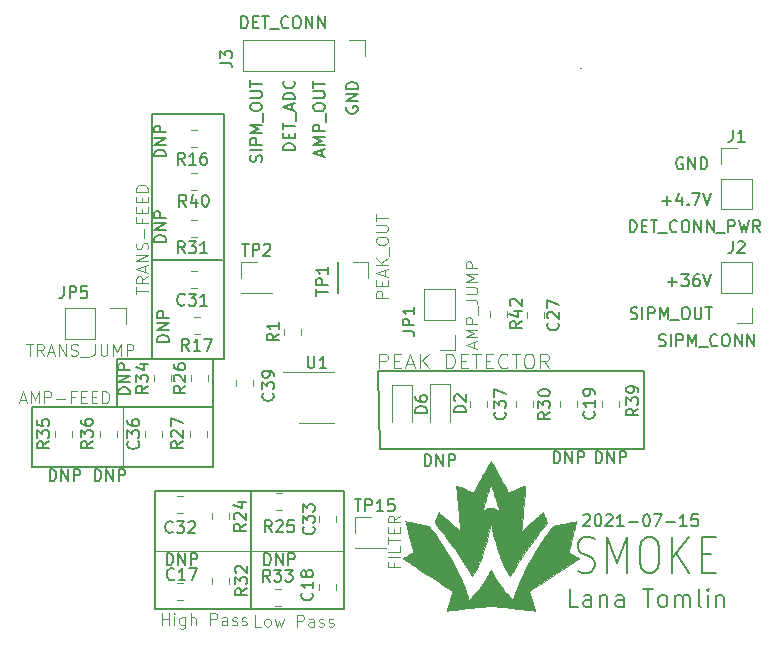
<source format=gbr>
%TF.GenerationSoftware,KiCad,Pcbnew,(5.1.9)-1*%
%TF.CreationDate,2021-07-15T19:45:24-04:00*%
%TF.ProjectId,detector_circuit_alt_LTC6254,64657465-6374-46f7-925f-636972637569,rev?*%
%TF.SameCoordinates,Original*%
%TF.FileFunction,Legend,Top*%
%TF.FilePolarity,Positive*%
%FSLAX46Y46*%
G04 Gerber Fmt 4.6, Leading zero omitted, Abs format (unit mm)*
G04 Created by KiCad (PCBNEW (5.1.9)-1) date 2021-07-15 19:45:24*
%MOMM*%
%LPD*%
G01*
G04 APERTURE LIST*
%ADD10C,0.150000*%
%ADD11C,0.100000*%
%ADD12C,0.120000*%
%ADD13C,0.010000*%
G04 APERTURE END LIST*
D10*
X131667857Y-137596619D02*
X131715476Y-137549000D01*
X131810714Y-137501380D01*
X132048809Y-137501380D01*
X132144047Y-137549000D01*
X132191666Y-137596619D01*
X132239285Y-137691857D01*
X132239285Y-137787095D01*
X132191666Y-137929952D01*
X131620238Y-138501380D01*
X132239285Y-138501380D01*
X132858333Y-137501380D02*
X132953571Y-137501380D01*
X133048809Y-137549000D01*
X133096428Y-137596619D01*
X133144047Y-137691857D01*
X133191666Y-137882333D01*
X133191666Y-138120428D01*
X133144047Y-138310904D01*
X133096428Y-138406142D01*
X133048809Y-138453761D01*
X132953571Y-138501380D01*
X132858333Y-138501380D01*
X132763095Y-138453761D01*
X132715476Y-138406142D01*
X132667857Y-138310904D01*
X132620238Y-138120428D01*
X132620238Y-137882333D01*
X132667857Y-137691857D01*
X132715476Y-137596619D01*
X132763095Y-137549000D01*
X132858333Y-137501380D01*
X133572619Y-137596619D02*
X133620238Y-137549000D01*
X133715476Y-137501380D01*
X133953571Y-137501380D01*
X134048809Y-137549000D01*
X134096428Y-137596619D01*
X134144047Y-137691857D01*
X134144047Y-137787095D01*
X134096428Y-137929952D01*
X133525000Y-138501380D01*
X134144047Y-138501380D01*
X135096428Y-138501380D02*
X134525000Y-138501380D01*
X134810714Y-138501380D02*
X134810714Y-137501380D01*
X134715476Y-137644238D01*
X134620238Y-137739476D01*
X134525000Y-137787095D01*
X135525000Y-138120428D02*
X136286904Y-138120428D01*
X136953571Y-137501380D02*
X137048809Y-137501380D01*
X137144047Y-137549000D01*
X137191666Y-137596619D01*
X137239285Y-137691857D01*
X137286904Y-137882333D01*
X137286904Y-138120428D01*
X137239285Y-138310904D01*
X137191666Y-138406142D01*
X137144047Y-138453761D01*
X137048809Y-138501380D01*
X136953571Y-138501380D01*
X136858333Y-138453761D01*
X136810714Y-138406142D01*
X136763095Y-138310904D01*
X136715476Y-138120428D01*
X136715476Y-137882333D01*
X136763095Y-137691857D01*
X136810714Y-137596619D01*
X136858333Y-137549000D01*
X136953571Y-137501380D01*
X137620238Y-137501380D02*
X138286904Y-137501380D01*
X137858333Y-138501380D01*
X138667857Y-138120428D02*
X139429761Y-138120428D01*
X140429761Y-138501380D02*
X139858333Y-138501380D01*
X140144047Y-138501380D02*
X140144047Y-137501380D01*
X140048809Y-137644238D01*
X139953571Y-137739476D01*
X139858333Y-137787095D01*
X141334523Y-137501380D02*
X140858333Y-137501380D01*
X140810714Y-137977571D01*
X140858333Y-137929952D01*
X140953571Y-137882333D01*
X141191666Y-137882333D01*
X141286904Y-137929952D01*
X141334523Y-137977571D01*
X141382142Y-138072809D01*
X141382142Y-138310904D01*
X141334523Y-138406142D01*
X141286904Y-138453761D01*
X141191666Y-138501380D01*
X140953571Y-138501380D01*
X140858333Y-138453761D01*
X140810714Y-138406142D01*
X118221285Y-133421380D02*
X118221285Y-132421380D01*
X118459380Y-132421380D01*
X118602238Y-132469000D01*
X118697476Y-132564238D01*
X118745095Y-132659476D01*
X118792714Y-132849952D01*
X118792714Y-132992809D01*
X118745095Y-133183285D01*
X118697476Y-133278523D01*
X118602238Y-133373761D01*
X118459380Y-133421380D01*
X118221285Y-133421380D01*
X119221285Y-133421380D02*
X119221285Y-132421380D01*
X119792714Y-133421380D01*
X119792714Y-132421380D01*
X120268904Y-133421380D02*
X120268904Y-132421380D01*
X120649857Y-132421380D01*
X120745095Y-132469000D01*
X120792714Y-132516619D01*
X120840333Y-132611857D01*
X120840333Y-132754714D01*
X120792714Y-132849952D01*
X120745095Y-132897571D01*
X120649857Y-132945190D01*
X120268904Y-132945190D01*
X131199666Y-142311285D02*
X131556809Y-142454142D01*
X132152047Y-142454142D01*
X132390142Y-142311285D01*
X132509190Y-142168428D01*
X132628238Y-141882714D01*
X132628238Y-141597000D01*
X132509190Y-141311285D01*
X132390142Y-141168428D01*
X132152047Y-141025571D01*
X131675857Y-140882714D01*
X131437761Y-140739857D01*
X131318714Y-140597000D01*
X131199666Y-140311285D01*
X131199666Y-140025571D01*
X131318714Y-139739857D01*
X131437761Y-139597000D01*
X131675857Y-139454142D01*
X132271095Y-139454142D01*
X132628238Y-139597000D01*
X133699666Y-142454142D02*
X133699666Y-139454142D01*
X134533000Y-141597000D01*
X135366333Y-139454142D01*
X135366333Y-142454142D01*
X137033000Y-139454142D02*
X137509190Y-139454142D01*
X137747285Y-139597000D01*
X137985380Y-139882714D01*
X138104428Y-140454142D01*
X138104428Y-141454142D01*
X137985380Y-142025571D01*
X137747285Y-142311285D01*
X137509190Y-142454142D01*
X137033000Y-142454142D01*
X136794904Y-142311285D01*
X136556809Y-142025571D01*
X136437761Y-141454142D01*
X136437761Y-140454142D01*
X136556809Y-139882714D01*
X136794904Y-139597000D01*
X137033000Y-139454142D01*
X139175857Y-142454142D02*
X139175857Y-139454142D01*
X140604428Y-142454142D02*
X139533000Y-140739857D01*
X140604428Y-139454142D02*
X139175857Y-141168428D01*
X141675857Y-140882714D02*
X142509190Y-140882714D01*
X142866333Y-142454142D02*
X141675857Y-142454142D01*
X141675857Y-139454142D01*
X142866333Y-139454142D01*
X136779000Y-131953000D02*
X136779000Y-125349000D01*
X114427000Y-131953000D02*
X136779000Y-131953000D01*
X114300000Y-125349000D02*
X114427000Y-131953000D01*
X95123000Y-124333000D02*
X95123000Y-103632000D01*
X101219000Y-124333000D02*
X100330000Y-124333000D01*
X101219000Y-123952000D02*
X101219000Y-124333000D01*
X84963000Y-133477000D02*
X100330000Y-133477000D01*
X111641000Y-102996904D02*
X111593380Y-103092142D01*
X111593380Y-103235000D01*
X111641000Y-103377857D01*
X111736238Y-103473095D01*
X111831476Y-103520714D01*
X112021952Y-103568333D01*
X112164809Y-103568333D01*
X112355285Y-103520714D01*
X112450523Y-103473095D01*
X112545761Y-103377857D01*
X112593380Y-103235000D01*
X112593380Y-103139761D01*
X112545761Y-102996904D01*
X112498142Y-102949285D01*
X112164809Y-102949285D01*
X112164809Y-103139761D01*
X112593380Y-102520714D02*
X111593380Y-102520714D01*
X112593380Y-101949285D01*
X111593380Y-101949285D01*
X112593380Y-101473095D02*
X111593380Y-101473095D01*
X111593380Y-101235000D01*
X111641000Y-101092142D01*
X111736238Y-100996904D01*
X111831476Y-100949285D01*
X112021952Y-100901666D01*
X112164809Y-100901666D01*
X112355285Y-100949285D01*
X112450523Y-100996904D01*
X112545761Y-101092142D01*
X112593380Y-101235000D01*
X112593380Y-101473095D01*
X109513666Y-107132047D02*
X109513666Y-106655857D01*
X109799380Y-107227285D02*
X108799380Y-106893952D01*
X109799380Y-106560619D01*
X109799380Y-106227285D02*
X108799380Y-106227285D01*
X109513666Y-105893952D01*
X108799380Y-105560619D01*
X109799380Y-105560619D01*
X109799380Y-105084428D02*
X108799380Y-105084428D01*
X108799380Y-104703476D01*
X108847000Y-104608238D01*
X108894619Y-104560619D01*
X108989857Y-104513000D01*
X109132714Y-104513000D01*
X109227952Y-104560619D01*
X109275571Y-104608238D01*
X109323190Y-104703476D01*
X109323190Y-105084428D01*
X109894619Y-104322523D02*
X109894619Y-103560619D01*
X108799380Y-103132047D02*
X108799380Y-102941571D01*
X108847000Y-102846333D01*
X108942238Y-102751095D01*
X109132714Y-102703476D01*
X109466047Y-102703476D01*
X109656523Y-102751095D01*
X109751761Y-102846333D01*
X109799380Y-102941571D01*
X109799380Y-103132047D01*
X109751761Y-103227285D01*
X109656523Y-103322523D01*
X109466047Y-103370142D01*
X109132714Y-103370142D01*
X108942238Y-103322523D01*
X108847000Y-103227285D01*
X108799380Y-103132047D01*
X108799380Y-102274904D02*
X109608904Y-102274904D01*
X109704142Y-102227285D01*
X109751761Y-102179666D01*
X109799380Y-102084428D01*
X109799380Y-101893952D01*
X109751761Y-101798714D01*
X109704142Y-101751095D01*
X109608904Y-101703476D01*
X108799380Y-101703476D01*
X108799380Y-101370142D02*
X108799380Y-100798714D01*
X109799380Y-101084428D02*
X108799380Y-101084428D01*
X107259380Y-106663761D02*
X106259380Y-106663761D01*
X106259380Y-106425666D01*
X106307000Y-106282809D01*
X106402238Y-106187571D01*
X106497476Y-106139952D01*
X106687952Y-106092333D01*
X106830809Y-106092333D01*
X107021285Y-106139952D01*
X107116523Y-106187571D01*
X107211761Y-106282809D01*
X107259380Y-106425666D01*
X107259380Y-106663761D01*
X106735571Y-105663761D02*
X106735571Y-105330428D01*
X107259380Y-105187571D02*
X107259380Y-105663761D01*
X106259380Y-105663761D01*
X106259380Y-105187571D01*
X106259380Y-104901857D02*
X106259380Y-104330428D01*
X107259380Y-104616142D02*
X106259380Y-104616142D01*
X107354619Y-104235190D02*
X107354619Y-103473285D01*
X106973666Y-103282809D02*
X106973666Y-102806619D01*
X107259380Y-103378047D02*
X106259380Y-103044714D01*
X107259380Y-102711380D01*
X107259380Y-102378047D02*
X106259380Y-102378047D01*
X106259380Y-102139952D01*
X106307000Y-101997095D01*
X106402238Y-101901857D01*
X106497476Y-101854238D01*
X106687952Y-101806619D01*
X106830809Y-101806619D01*
X107021285Y-101854238D01*
X107116523Y-101901857D01*
X107211761Y-101997095D01*
X107259380Y-102139952D01*
X107259380Y-102378047D01*
X107164142Y-100806619D02*
X107211761Y-100854238D01*
X107259380Y-100997095D01*
X107259380Y-101092333D01*
X107211761Y-101235190D01*
X107116523Y-101330428D01*
X107021285Y-101378047D01*
X106830809Y-101425666D01*
X106687952Y-101425666D01*
X106497476Y-101378047D01*
X106402238Y-101330428D01*
X106307000Y-101235190D01*
X106259380Y-101092333D01*
X106259380Y-100997095D01*
X106307000Y-100854238D01*
X106354619Y-100806619D01*
X104417761Y-107671761D02*
X104465380Y-107528904D01*
X104465380Y-107290809D01*
X104417761Y-107195571D01*
X104370142Y-107147952D01*
X104274904Y-107100333D01*
X104179666Y-107100333D01*
X104084428Y-107147952D01*
X104036809Y-107195571D01*
X103989190Y-107290809D01*
X103941571Y-107481285D01*
X103893952Y-107576523D01*
X103846333Y-107624142D01*
X103751095Y-107671761D01*
X103655857Y-107671761D01*
X103560619Y-107624142D01*
X103513000Y-107576523D01*
X103465380Y-107481285D01*
X103465380Y-107243190D01*
X103513000Y-107100333D01*
X104465380Y-106671761D02*
X103465380Y-106671761D01*
X104465380Y-106195571D02*
X103465380Y-106195571D01*
X103465380Y-105814619D01*
X103513000Y-105719380D01*
X103560619Y-105671761D01*
X103655857Y-105624142D01*
X103798714Y-105624142D01*
X103893952Y-105671761D01*
X103941571Y-105719380D01*
X103989190Y-105814619D01*
X103989190Y-106195571D01*
X104465380Y-105195571D02*
X103465380Y-105195571D01*
X104179666Y-104862238D01*
X103465380Y-104528904D01*
X104465380Y-104528904D01*
X104560619Y-104290809D02*
X104560619Y-103528904D01*
X103465380Y-103100333D02*
X103465380Y-102909857D01*
X103513000Y-102814619D01*
X103608238Y-102719380D01*
X103798714Y-102671761D01*
X104132047Y-102671761D01*
X104322523Y-102719380D01*
X104417761Y-102814619D01*
X104465380Y-102909857D01*
X104465380Y-103100333D01*
X104417761Y-103195571D01*
X104322523Y-103290809D01*
X104132047Y-103338428D01*
X103798714Y-103338428D01*
X103608238Y-103290809D01*
X103513000Y-103195571D01*
X103465380Y-103100333D01*
X103465380Y-102243190D02*
X104274904Y-102243190D01*
X104370142Y-102195571D01*
X104417761Y-102147952D01*
X104465380Y-102052714D01*
X104465380Y-101862238D01*
X104417761Y-101767000D01*
X104370142Y-101719380D01*
X104274904Y-101671761D01*
X103465380Y-101671761D01*
X103465380Y-101338428D02*
X103465380Y-100767000D01*
X104465380Y-101052714D02*
X103465380Y-101052714D01*
X140081095Y-107323000D02*
X139985857Y-107275380D01*
X139843000Y-107275380D01*
X139700142Y-107323000D01*
X139604904Y-107418238D01*
X139557285Y-107513476D01*
X139509666Y-107703952D01*
X139509666Y-107846809D01*
X139557285Y-108037285D01*
X139604904Y-108132523D01*
X139700142Y-108227761D01*
X139843000Y-108275380D01*
X139938238Y-108275380D01*
X140081095Y-108227761D01*
X140128714Y-108180142D01*
X140128714Y-107846809D01*
X139938238Y-107846809D01*
X140557285Y-108275380D02*
X140557285Y-107275380D01*
X141128714Y-108275380D01*
X141128714Y-107275380D01*
X141604904Y-108275380D02*
X141604904Y-107275380D01*
X141843000Y-107275380D01*
X141985857Y-107323000D01*
X142081095Y-107418238D01*
X142128714Y-107513476D01*
X142176333Y-107703952D01*
X142176333Y-107846809D01*
X142128714Y-108037285D01*
X142081095Y-108132523D01*
X141985857Y-108227761D01*
X141843000Y-108275380D01*
X141604904Y-108275380D01*
X138335000Y-110942428D02*
X139096904Y-110942428D01*
X138715952Y-111323380D02*
X138715952Y-110561476D01*
X140001666Y-110656714D02*
X140001666Y-111323380D01*
X139763571Y-110275761D02*
X139525476Y-110990047D01*
X140144523Y-110990047D01*
X140525476Y-111228142D02*
X140573095Y-111275761D01*
X140525476Y-111323380D01*
X140477857Y-111275761D01*
X140525476Y-111228142D01*
X140525476Y-111323380D01*
X140906428Y-110323380D02*
X141573095Y-110323380D01*
X141144523Y-111323380D01*
X141811190Y-110323380D02*
X142144523Y-111323380D01*
X142477857Y-110323380D01*
X138827095Y-117800428D02*
X139589000Y-117800428D01*
X139208047Y-118181380D02*
X139208047Y-117419476D01*
X139969952Y-117181380D02*
X140589000Y-117181380D01*
X140255666Y-117562333D01*
X140398523Y-117562333D01*
X140493761Y-117609952D01*
X140541380Y-117657571D01*
X140589000Y-117752809D01*
X140589000Y-117990904D01*
X140541380Y-118086142D01*
X140493761Y-118133761D01*
X140398523Y-118181380D01*
X140112809Y-118181380D01*
X140017571Y-118133761D01*
X139969952Y-118086142D01*
X141446142Y-117181380D02*
X141255666Y-117181380D01*
X141160428Y-117229000D01*
X141112809Y-117276619D01*
X141017571Y-117419476D01*
X140969952Y-117609952D01*
X140969952Y-117990904D01*
X141017571Y-118086142D01*
X141065190Y-118133761D01*
X141160428Y-118181380D01*
X141350904Y-118181380D01*
X141446142Y-118133761D01*
X141493761Y-118086142D01*
X141541380Y-117990904D01*
X141541380Y-117752809D01*
X141493761Y-117657571D01*
X141446142Y-117609952D01*
X141350904Y-117562333D01*
X141160428Y-117562333D01*
X141065190Y-117609952D01*
X141017571Y-117657571D01*
X140969952Y-117752809D01*
X141827095Y-117181380D02*
X142160428Y-118181380D01*
X142493761Y-117181380D01*
X135660238Y-120927761D02*
X135803095Y-120975380D01*
X136041190Y-120975380D01*
X136136428Y-120927761D01*
X136184047Y-120880142D01*
X136231666Y-120784904D01*
X136231666Y-120689666D01*
X136184047Y-120594428D01*
X136136428Y-120546809D01*
X136041190Y-120499190D01*
X135850714Y-120451571D01*
X135755476Y-120403952D01*
X135707857Y-120356333D01*
X135660238Y-120261095D01*
X135660238Y-120165857D01*
X135707857Y-120070619D01*
X135755476Y-120023000D01*
X135850714Y-119975380D01*
X136088809Y-119975380D01*
X136231666Y-120023000D01*
X136660238Y-120975380D02*
X136660238Y-119975380D01*
X137136428Y-120975380D02*
X137136428Y-119975380D01*
X137517380Y-119975380D01*
X137612619Y-120023000D01*
X137660238Y-120070619D01*
X137707857Y-120165857D01*
X137707857Y-120308714D01*
X137660238Y-120403952D01*
X137612619Y-120451571D01*
X137517380Y-120499190D01*
X137136428Y-120499190D01*
X138136428Y-120975380D02*
X138136428Y-119975380D01*
X138469761Y-120689666D01*
X138803095Y-119975380D01*
X138803095Y-120975380D01*
X139041190Y-121070619D02*
X139803095Y-121070619D01*
X140231666Y-119975380D02*
X140422142Y-119975380D01*
X140517380Y-120023000D01*
X140612619Y-120118238D01*
X140660238Y-120308714D01*
X140660238Y-120642047D01*
X140612619Y-120832523D01*
X140517380Y-120927761D01*
X140422142Y-120975380D01*
X140231666Y-120975380D01*
X140136428Y-120927761D01*
X140041190Y-120832523D01*
X139993571Y-120642047D01*
X139993571Y-120308714D01*
X140041190Y-120118238D01*
X140136428Y-120023000D01*
X140231666Y-119975380D01*
X141088809Y-119975380D02*
X141088809Y-120784904D01*
X141136428Y-120880142D01*
X141184047Y-120927761D01*
X141279285Y-120975380D01*
X141469761Y-120975380D01*
X141565000Y-120927761D01*
X141612619Y-120880142D01*
X141660238Y-120784904D01*
X141660238Y-119975380D01*
X141993571Y-119975380D02*
X142565000Y-119975380D01*
X142279285Y-120975380D02*
X142279285Y-119975380D01*
X131445000Y-99695000D02*
X131445000Y-99695000D01*
X111379000Y-145542000D02*
X111379000Y-144780000D01*
X95377000Y-145542000D02*
X111379000Y-145542000D01*
X131211571Y-145331571D02*
X130497285Y-145331571D01*
X130497285Y-143831571D01*
X132354428Y-145331571D02*
X132354428Y-144545857D01*
X132283000Y-144403000D01*
X132140142Y-144331571D01*
X131854428Y-144331571D01*
X131711571Y-144403000D01*
X132354428Y-145260142D02*
X132211571Y-145331571D01*
X131854428Y-145331571D01*
X131711571Y-145260142D01*
X131640142Y-145117285D01*
X131640142Y-144974428D01*
X131711571Y-144831571D01*
X131854428Y-144760142D01*
X132211571Y-144760142D01*
X132354428Y-144688714D01*
X133068714Y-144331571D02*
X133068714Y-145331571D01*
X133068714Y-144474428D02*
X133140142Y-144403000D01*
X133283000Y-144331571D01*
X133497285Y-144331571D01*
X133640142Y-144403000D01*
X133711571Y-144545857D01*
X133711571Y-145331571D01*
X135068714Y-145331571D02*
X135068714Y-144545857D01*
X134997285Y-144403000D01*
X134854428Y-144331571D01*
X134568714Y-144331571D01*
X134425857Y-144403000D01*
X135068714Y-145260142D02*
X134925857Y-145331571D01*
X134568714Y-145331571D01*
X134425857Y-145260142D01*
X134354428Y-145117285D01*
X134354428Y-144974428D01*
X134425857Y-144831571D01*
X134568714Y-144760142D01*
X134925857Y-144760142D01*
X135068714Y-144688714D01*
X136711571Y-143831571D02*
X137568714Y-143831571D01*
X137140142Y-145331571D02*
X137140142Y-143831571D01*
X138283000Y-145331571D02*
X138140142Y-145260142D01*
X138068714Y-145188714D01*
X137997285Y-145045857D01*
X137997285Y-144617285D01*
X138068714Y-144474428D01*
X138140142Y-144403000D01*
X138283000Y-144331571D01*
X138497285Y-144331571D01*
X138640142Y-144403000D01*
X138711571Y-144474428D01*
X138783000Y-144617285D01*
X138783000Y-145045857D01*
X138711571Y-145188714D01*
X138640142Y-145260142D01*
X138497285Y-145331571D01*
X138283000Y-145331571D01*
X139425857Y-145331571D02*
X139425857Y-144331571D01*
X139425857Y-144474428D02*
X139497285Y-144403000D01*
X139640142Y-144331571D01*
X139854428Y-144331571D01*
X139997285Y-144403000D01*
X140068714Y-144545857D01*
X140068714Y-145331571D01*
X140068714Y-144545857D02*
X140140142Y-144403000D01*
X140283000Y-144331571D01*
X140497285Y-144331571D01*
X140640142Y-144403000D01*
X140711571Y-144545857D01*
X140711571Y-145331571D01*
X141640142Y-145331571D02*
X141497285Y-145260142D01*
X141425857Y-145117285D01*
X141425857Y-143831571D01*
X142211571Y-145331571D02*
X142211571Y-144331571D01*
X142211571Y-143831571D02*
X142140142Y-143903000D01*
X142211571Y-143974428D01*
X142283000Y-143903000D01*
X142211571Y-143831571D01*
X142211571Y-143974428D01*
X142925857Y-144331571D02*
X142925857Y-145331571D01*
X142925857Y-144474428D02*
X142997285Y-144403000D01*
X143140142Y-144331571D01*
X143354428Y-144331571D01*
X143497285Y-144403000D01*
X143568714Y-144545857D01*
X143568714Y-145331571D01*
D11*
X114396142Y-125152476D02*
X114396142Y-123902476D01*
X114872333Y-123902476D01*
X114991380Y-123962000D01*
X115050904Y-124021523D01*
X115110428Y-124140571D01*
X115110428Y-124319142D01*
X115050904Y-124438190D01*
X114991380Y-124497714D01*
X114872333Y-124557238D01*
X114396142Y-124557238D01*
X115646142Y-124497714D02*
X116062809Y-124497714D01*
X116241380Y-125152476D02*
X115646142Y-125152476D01*
X115646142Y-123902476D01*
X116241380Y-123902476D01*
X116717571Y-124795333D02*
X117312809Y-124795333D01*
X116598523Y-125152476D02*
X117015190Y-123902476D01*
X117431857Y-125152476D01*
X117848523Y-125152476D02*
X117848523Y-123902476D01*
X118562809Y-125152476D02*
X118027095Y-124438190D01*
X118562809Y-123902476D02*
X117848523Y-124616761D01*
X120050904Y-125152476D02*
X120050904Y-123902476D01*
X120348523Y-123902476D01*
X120527095Y-123962000D01*
X120646142Y-124081047D01*
X120705666Y-124200095D01*
X120765190Y-124438190D01*
X120765190Y-124616761D01*
X120705666Y-124854857D01*
X120646142Y-124973904D01*
X120527095Y-125092952D01*
X120348523Y-125152476D01*
X120050904Y-125152476D01*
X121300904Y-124497714D02*
X121717571Y-124497714D01*
X121896142Y-125152476D02*
X121300904Y-125152476D01*
X121300904Y-123902476D01*
X121896142Y-123902476D01*
X122253285Y-123902476D02*
X122967571Y-123902476D01*
X122610428Y-125152476D02*
X122610428Y-123902476D01*
X123384238Y-124497714D02*
X123800904Y-124497714D01*
X123979476Y-125152476D02*
X123384238Y-125152476D01*
X123384238Y-123902476D01*
X123979476Y-123902476D01*
X125229476Y-125033428D02*
X125169952Y-125092952D01*
X124991380Y-125152476D01*
X124872333Y-125152476D01*
X124693761Y-125092952D01*
X124574714Y-124973904D01*
X124515190Y-124854857D01*
X124455666Y-124616761D01*
X124455666Y-124438190D01*
X124515190Y-124200095D01*
X124574714Y-124081047D01*
X124693761Y-123962000D01*
X124872333Y-123902476D01*
X124991380Y-123902476D01*
X125169952Y-123962000D01*
X125229476Y-124021523D01*
X125586619Y-123902476D02*
X126300904Y-123902476D01*
X125943761Y-125152476D02*
X125943761Y-123902476D01*
X126955666Y-123902476D02*
X127193761Y-123902476D01*
X127312809Y-123962000D01*
X127431857Y-124081047D01*
X127491380Y-124319142D01*
X127491380Y-124735809D01*
X127431857Y-124973904D01*
X127312809Y-125092952D01*
X127193761Y-125152476D01*
X126955666Y-125152476D01*
X126836619Y-125092952D01*
X126717571Y-124973904D01*
X126658047Y-124735809D01*
X126658047Y-124319142D01*
X126717571Y-124081047D01*
X126836619Y-123962000D01*
X126955666Y-123902476D01*
X128741380Y-125152476D02*
X128324714Y-124557238D01*
X128027095Y-125152476D02*
X128027095Y-123902476D01*
X128503285Y-123902476D01*
X128622333Y-123962000D01*
X128681857Y-124021523D01*
X128741380Y-124140571D01*
X128741380Y-124319142D01*
X128681857Y-124438190D01*
X128622333Y-124497714D01*
X128503285Y-124557238D01*
X128027095Y-124557238D01*
X83995095Y-127801666D02*
X84471285Y-127801666D01*
X83899857Y-128087380D02*
X84233190Y-127087380D01*
X84566523Y-128087380D01*
X84899857Y-128087380D02*
X84899857Y-127087380D01*
X85233190Y-127801666D01*
X85566523Y-127087380D01*
X85566523Y-128087380D01*
X86042714Y-128087380D02*
X86042714Y-127087380D01*
X86423666Y-127087380D01*
X86518904Y-127135000D01*
X86566523Y-127182619D01*
X86614142Y-127277857D01*
X86614142Y-127420714D01*
X86566523Y-127515952D01*
X86518904Y-127563571D01*
X86423666Y-127611190D01*
X86042714Y-127611190D01*
X87042714Y-127706428D02*
X87804619Y-127706428D01*
X88614142Y-127563571D02*
X88280809Y-127563571D01*
X88280809Y-128087380D02*
X88280809Y-127087380D01*
X88757000Y-127087380D01*
X89137952Y-127563571D02*
X89471285Y-127563571D01*
X89614142Y-128087380D02*
X89137952Y-128087380D01*
X89137952Y-127087380D01*
X89614142Y-127087380D01*
X90042714Y-127563571D02*
X90376047Y-127563571D01*
X90518904Y-128087380D02*
X90042714Y-128087380D01*
X90042714Y-127087380D01*
X90518904Y-127087380D01*
X90947476Y-128087380D02*
X90947476Y-127087380D01*
X91185571Y-127087380D01*
X91328428Y-127135000D01*
X91423666Y-127230238D01*
X91471285Y-127325476D01*
X91518904Y-127515952D01*
X91518904Y-127658809D01*
X91471285Y-127849285D01*
X91423666Y-127944523D01*
X91328428Y-128039761D01*
X91185571Y-128087380D01*
X90947476Y-128087380D01*
D10*
X95377000Y-135509000D02*
X95377000Y-136144000D01*
X111379000Y-135509000D02*
X95377000Y-135509000D01*
D11*
X103505000Y-140589000D02*
X95377000Y-140589000D01*
X104378476Y-147010380D02*
X103902285Y-147010380D01*
X103902285Y-146010380D01*
X104854666Y-147010380D02*
X104759428Y-146962761D01*
X104711809Y-146915142D01*
X104664190Y-146819904D01*
X104664190Y-146534190D01*
X104711809Y-146438952D01*
X104759428Y-146391333D01*
X104854666Y-146343714D01*
X104997523Y-146343714D01*
X105092761Y-146391333D01*
X105140380Y-146438952D01*
X105188000Y-146534190D01*
X105188000Y-146819904D01*
X105140380Y-146915142D01*
X105092761Y-146962761D01*
X104997523Y-147010380D01*
X104854666Y-147010380D01*
X105521333Y-146343714D02*
X105711809Y-147010380D01*
X105902285Y-146534190D01*
X106092761Y-147010380D01*
X106283238Y-146343714D01*
X107426095Y-147010380D02*
X107426095Y-146010380D01*
X107807047Y-146010380D01*
X107902285Y-146058000D01*
X107949904Y-146105619D01*
X107997523Y-146200857D01*
X107997523Y-146343714D01*
X107949904Y-146438952D01*
X107902285Y-146486571D01*
X107807047Y-146534190D01*
X107426095Y-146534190D01*
X108854666Y-147010380D02*
X108854666Y-146486571D01*
X108807047Y-146391333D01*
X108711809Y-146343714D01*
X108521333Y-146343714D01*
X108426095Y-146391333D01*
X108854666Y-146962761D02*
X108759428Y-147010380D01*
X108521333Y-147010380D01*
X108426095Y-146962761D01*
X108378476Y-146867523D01*
X108378476Y-146772285D01*
X108426095Y-146677047D01*
X108521333Y-146629428D01*
X108759428Y-146629428D01*
X108854666Y-146581809D01*
X109283238Y-146962761D02*
X109378476Y-147010380D01*
X109568952Y-147010380D01*
X109664190Y-146962761D01*
X109711809Y-146867523D01*
X109711809Y-146819904D01*
X109664190Y-146724666D01*
X109568952Y-146677047D01*
X109426095Y-146677047D01*
X109330857Y-146629428D01*
X109283238Y-146534190D01*
X109283238Y-146486571D01*
X109330857Y-146391333D01*
X109426095Y-146343714D01*
X109568952Y-146343714D01*
X109664190Y-146391333D01*
X110092761Y-146962761D02*
X110188000Y-147010380D01*
X110378476Y-147010380D01*
X110473714Y-146962761D01*
X110521333Y-146867523D01*
X110521333Y-146819904D01*
X110473714Y-146724666D01*
X110378476Y-146677047D01*
X110235619Y-146677047D01*
X110140380Y-146629428D01*
X110092761Y-146534190D01*
X110092761Y-146486571D01*
X110140380Y-146391333D01*
X110235619Y-146343714D01*
X110378476Y-146343714D01*
X110473714Y-146391333D01*
X95996571Y-146883380D02*
X95996571Y-145883380D01*
X95996571Y-146359571D02*
X96568000Y-146359571D01*
X96568000Y-146883380D02*
X96568000Y-145883380D01*
X97044190Y-146883380D02*
X97044190Y-146216714D01*
X97044190Y-145883380D02*
X96996571Y-145931000D01*
X97044190Y-145978619D01*
X97091809Y-145931000D01*
X97044190Y-145883380D01*
X97044190Y-145978619D01*
X97948952Y-146216714D02*
X97948952Y-147026238D01*
X97901333Y-147121476D01*
X97853714Y-147169095D01*
X97758476Y-147216714D01*
X97615619Y-147216714D01*
X97520380Y-147169095D01*
X97948952Y-146835761D02*
X97853714Y-146883380D01*
X97663238Y-146883380D01*
X97568000Y-146835761D01*
X97520380Y-146788142D01*
X97472761Y-146692904D01*
X97472761Y-146407190D01*
X97520380Y-146311952D01*
X97568000Y-146264333D01*
X97663238Y-146216714D01*
X97853714Y-146216714D01*
X97948952Y-146264333D01*
X98425142Y-146883380D02*
X98425142Y-145883380D01*
X98853714Y-146883380D02*
X98853714Y-146359571D01*
X98806095Y-146264333D01*
X98710857Y-146216714D01*
X98568000Y-146216714D01*
X98472761Y-146264333D01*
X98425142Y-146311952D01*
X100091809Y-146883380D02*
X100091809Y-145883380D01*
X100472761Y-145883380D01*
X100568000Y-145931000D01*
X100615619Y-145978619D01*
X100663238Y-146073857D01*
X100663238Y-146216714D01*
X100615619Y-146311952D01*
X100568000Y-146359571D01*
X100472761Y-146407190D01*
X100091809Y-146407190D01*
X101520380Y-146883380D02*
X101520380Y-146359571D01*
X101472761Y-146264333D01*
X101377523Y-146216714D01*
X101187047Y-146216714D01*
X101091809Y-146264333D01*
X101520380Y-146835761D02*
X101425142Y-146883380D01*
X101187047Y-146883380D01*
X101091809Y-146835761D01*
X101044190Y-146740523D01*
X101044190Y-146645285D01*
X101091809Y-146550047D01*
X101187047Y-146502428D01*
X101425142Y-146502428D01*
X101520380Y-146454809D01*
X101948952Y-146835761D02*
X102044190Y-146883380D01*
X102234666Y-146883380D01*
X102329904Y-146835761D01*
X102377523Y-146740523D01*
X102377523Y-146692904D01*
X102329904Y-146597666D01*
X102234666Y-146550047D01*
X102091809Y-146550047D01*
X101996571Y-146502428D01*
X101948952Y-146407190D01*
X101948952Y-146359571D01*
X101996571Y-146264333D01*
X102091809Y-146216714D01*
X102234666Y-146216714D01*
X102329904Y-146264333D01*
X102758476Y-146835761D02*
X102853714Y-146883380D01*
X103044190Y-146883380D01*
X103139428Y-146835761D01*
X103187047Y-146740523D01*
X103187047Y-146692904D01*
X103139428Y-146597666D01*
X103044190Y-146550047D01*
X102901333Y-146550047D01*
X102806095Y-146502428D01*
X102758476Y-146407190D01*
X102758476Y-146359571D01*
X102806095Y-146264333D01*
X102901333Y-146216714D01*
X103044190Y-146216714D01*
X103139428Y-146264333D01*
D10*
X84963000Y-128397000D02*
X84963000Y-133477000D01*
X100330000Y-128397000D02*
X100330000Y-124333000D01*
X100330000Y-124333000D02*
X92202000Y-124333000D01*
X92202000Y-124333000D02*
X92202000Y-128397000D01*
D11*
X93813380Y-118839666D02*
X93813380Y-118268238D01*
X94813380Y-118553952D02*
X93813380Y-118553952D01*
X94813380Y-117363476D02*
X94337190Y-117696809D01*
X94813380Y-117934904D02*
X93813380Y-117934904D01*
X93813380Y-117553952D01*
X93861000Y-117458714D01*
X93908619Y-117411095D01*
X94003857Y-117363476D01*
X94146714Y-117363476D01*
X94241952Y-117411095D01*
X94289571Y-117458714D01*
X94337190Y-117553952D01*
X94337190Y-117934904D01*
X94527666Y-116982523D02*
X94527666Y-116506333D01*
X94813380Y-117077761D02*
X93813380Y-116744428D01*
X94813380Y-116411095D01*
X94813380Y-116077761D02*
X93813380Y-116077761D01*
X94813380Y-115506333D01*
X93813380Y-115506333D01*
X94765761Y-115077761D02*
X94813380Y-114934904D01*
X94813380Y-114696809D01*
X94765761Y-114601571D01*
X94718142Y-114553952D01*
X94622904Y-114506333D01*
X94527666Y-114506333D01*
X94432428Y-114553952D01*
X94384809Y-114601571D01*
X94337190Y-114696809D01*
X94289571Y-114887285D01*
X94241952Y-114982523D01*
X94194333Y-115030142D01*
X94099095Y-115077761D01*
X94003857Y-115077761D01*
X93908619Y-115030142D01*
X93861000Y-114982523D01*
X93813380Y-114887285D01*
X93813380Y-114649190D01*
X93861000Y-114506333D01*
X94432428Y-114077761D02*
X94432428Y-113315857D01*
X94289571Y-112506333D02*
X94289571Y-112839666D01*
X94813380Y-112839666D02*
X93813380Y-112839666D01*
X93813380Y-112363476D01*
X94289571Y-111982523D02*
X94289571Y-111649190D01*
X94813380Y-111506333D02*
X94813380Y-111982523D01*
X93813380Y-111982523D01*
X93813380Y-111506333D01*
X94289571Y-111077761D02*
X94289571Y-110744428D01*
X94813380Y-110601571D02*
X94813380Y-111077761D01*
X93813380Y-111077761D01*
X93813380Y-110601571D01*
X94813380Y-110173000D02*
X93813380Y-110173000D01*
X93813380Y-109934904D01*
X93861000Y-109792047D01*
X93956238Y-109696809D01*
X94051476Y-109649190D01*
X94241952Y-109601571D01*
X94384809Y-109601571D01*
X94575285Y-109649190D01*
X94670523Y-109696809D01*
X94765761Y-109792047D01*
X94813380Y-109934904D01*
X94813380Y-110173000D01*
X111379000Y-140589000D02*
X103505000Y-140589000D01*
D10*
X103505000Y-135509000D02*
X103505000Y-145415000D01*
X95377000Y-145542000D02*
X95377000Y-136017000D01*
X111379000Y-135509000D02*
X111379000Y-144780000D01*
X95123000Y-115951000D02*
X101092000Y-115951000D01*
D11*
X92710000Y-133477000D02*
X92710000Y-128397000D01*
D10*
X136779000Y-125349000D02*
X114300000Y-125349000D01*
X100330000Y-128397000D02*
X84963000Y-128397000D01*
X100330000Y-133477000D02*
X100330000Y-128397000D01*
X101219000Y-103632000D02*
X95123000Y-103632000D01*
X101219000Y-123952000D02*
X101219000Y-103632000D01*
D12*
%TO.C,TP2*%
X102683000Y-118805000D02*
X105343000Y-118805000D01*
X102683000Y-118745000D02*
X102683000Y-118805000D01*
X105343000Y-118745000D02*
X105343000Y-118805000D01*
X102683000Y-118745000D02*
X105343000Y-118745000D01*
X102683000Y-117475000D02*
X102683000Y-116145000D01*
X102683000Y-116145000D02*
X104013000Y-116145000D01*
%TO.C,U1*%
X109093000Y-125475000D02*
X106218000Y-125475000D01*
X109093000Y-125475000D02*
X110593000Y-125475000D01*
X109093000Y-129795000D02*
X107593000Y-129795000D01*
X109093000Y-129795000D02*
X110593000Y-129795000D01*
%TO.C,R1*%
X106351000Y-122308252D02*
X106351000Y-121785748D01*
X107771000Y-122308252D02*
X107771000Y-121785748D01*
%TO.C,TP15*%
X112335000Y-140395000D02*
X114995000Y-140395000D01*
X112335000Y-140335000D02*
X112335000Y-140395000D01*
X114995000Y-140335000D02*
X114995000Y-140395000D01*
X112335000Y-140335000D02*
X114995000Y-140335000D01*
X112335000Y-139065000D02*
X112335000Y-137735000D01*
X112335000Y-137735000D02*
X113665000Y-137735000D01*
%TO.C,R26*%
X98468000Y-126236252D02*
X98468000Y-125713748D01*
X99888000Y-126236252D02*
X99888000Y-125713748D01*
%TO.C,R34*%
X96722000Y-125722748D02*
X96722000Y-126245252D01*
X95302000Y-125722748D02*
X95302000Y-126245252D01*
%TO.C,JP1*%
X120837000Y-118431000D02*
X118177000Y-118431000D01*
X120837000Y-121031000D02*
X120837000Y-118431000D01*
X118177000Y-121031000D02*
X118177000Y-118431000D01*
X120837000Y-121031000D02*
X118177000Y-121031000D01*
X120837000Y-122301000D02*
X120837000Y-123631000D01*
X120837000Y-123631000D02*
X119507000Y-123631000D01*
%TO.C,R39*%
X134695000Y-127881748D02*
X134695000Y-128404252D01*
X133275000Y-127881748D02*
X133275000Y-128404252D01*
%TO.C,C32*%
X97788252Y-137362000D02*
X97265748Y-137362000D01*
X97788252Y-135942000D02*
X97265748Y-135942000D01*
%TO.C,C27*%
X128345000Y-120397748D02*
X128345000Y-120920252D01*
X126925000Y-120397748D02*
X126925000Y-120920252D01*
%TO.C,C37*%
X123519000Y-127881748D02*
X123519000Y-128404252D01*
X122099000Y-127881748D02*
X122099000Y-128404252D01*
%TO.C,R42*%
X125170000Y-120252748D02*
X125170000Y-120775252D01*
X123750000Y-120252748D02*
X123750000Y-120775252D01*
%TO.C,D2*%
X120357000Y-126497000D02*
X120357000Y-129647000D01*
X118657000Y-126497000D02*
X118657000Y-129647000D01*
X120357000Y-126497000D02*
X118657000Y-126497000D01*
%TO.C,TP1*%
X110811000Y-116145000D02*
X110811000Y-118805000D01*
X110871000Y-116145000D02*
X110811000Y-116145000D01*
X110871000Y-118805000D02*
X110811000Y-118805000D01*
X110871000Y-116145000D02*
X110871000Y-118805000D01*
X112141000Y-116145000D02*
X113471000Y-116145000D01*
X113471000Y-116145000D02*
X113471000Y-117475000D01*
%TO.C,JP5*%
X87760500Y-120018500D02*
X87760500Y-122678500D01*
X90360500Y-120018500D02*
X87760500Y-120018500D01*
X90360500Y-122678500D02*
X87760500Y-122678500D01*
X90360500Y-120018500D02*
X90360500Y-122678500D01*
X91630500Y-120018500D02*
X92960500Y-120018500D01*
X92960500Y-120018500D02*
X92960500Y-121348500D01*
%TO.C,R40*%
X98417748Y-108637000D02*
X98940252Y-108637000D01*
X98417748Y-110057000D02*
X98940252Y-110057000D01*
%TO.C,R36*%
X90730000Y-130953252D02*
X90730000Y-130430748D01*
X92150000Y-130953252D02*
X92150000Y-130430748D01*
%TO.C,R35*%
X86920000Y-130953252D02*
X86920000Y-130430748D01*
X88340000Y-130953252D02*
X88340000Y-130430748D01*
%TO.C,R33*%
X106043252Y-143816000D02*
X105520748Y-143816000D01*
X106043252Y-145236000D02*
X105520748Y-145236000D01*
%TO.C,R32*%
X100255000Y-143390252D02*
X100255000Y-142867748D01*
X101675000Y-143390252D02*
X101675000Y-142867748D01*
%TO.C,R31*%
X98417748Y-112574000D02*
X98940252Y-112574000D01*
X98417748Y-113994000D02*
X98940252Y-113994000D01*
%TO.C,R30*%
X127379800Y-127881748D02*
X127379800Y-128404252D01*
X125959800Y-127881748D02*
X125959800Y-128404252D01*
%TO.C,R27*%
X98350000Y-130953252D02*
X98350000Y-130430748D01*
X99770000Y-130953252D02*
X99770000Y-130430748D01*
%TO.C,R25*%
X106188252Y-137108000D02*
X105665748Y-137108000D01*
X106188252Y-135688000D02*
X105665748Y-135688000D01*
%TO.C,R24*%
X101675000Y-137397748D02*
X101675000Y-137920252D01*
X100255000Y-137397748D02*
X100255000Y-137920252D01*
%TO.C,R17*%
X98662748Y-120829000D02*
X99185252Y-120829000D01*
X98662748Y-122249000D02*
X99185252Y-122249000D01*
%TO.C,R16*%
X98417748Y-104954000D02*
X98940252Y-104954000D01*
X98417748Y-106374000D02*
X98940252Y-106374000D01*
%TO.C,D6*%
X117182000Y-126517000D02*
X115482000Y-126517000D01*
X115482000Y-126517000D02*
X115482000Y-129667000D01*
X117182000Y-126517000D02*
X117182000Y-129667000D01*
%TO.C,C39*%
X102287000Y-126635252D02*
X102287000Y-126112748D01*
X103707000Y-126635252D02*
X103707000Y-126112748D01*
%TO.C,C36*%
X94540000Y-130953252D02*
X94540000Y-130430748D01*
X95960000Y-130953252D02*
X95960000Y-130430748D01*
%TO.C,C33*%
X109272000Y-138174252D02*
X109272000Y-137651748D01*
X110692000Y-138174252D02*
X110692000Y-137651748D01*
%TO.C,C31*%
X98417748Y-116892000D02*
X98940252Y-116892000D01*
X98417748Y-118312000D02*
X98940252Y-118312000D01*
%TO.C,C19*%
X131139000Y-127881748D02*
X131139000Y-128404252D01*
X129719000Y-127881748D02*
X129719000Y-128404252D01*
%TO.C,C18*%
X109272000Y-143375748D02*
X109272000Y-143898252D01*
X110692000Y-143375748D02*
X110692000Y-143898252D01*
%TO.C,C17*%
X97788252Y-144728000D02*
X97265748Y-144728000D01*
X97788252Y-143308000D02*
X97265748Y-143308000D01*
%TO.C,J3*%
X102873500Y-97349000D02*
X102873500Y-100009000D01*
X110553500Y-97349000D02*
X102873500Y-97349000D01*
X110553500Y-100009000D02*
X102873500Y-100009000D01*
X110553500Y-97349000D02*
X110553500Y-100009000D01*
X111823500Y-97349000D02*
X113153500Y-97349000D01*
X113153500Y-97349000D02*
X113153500Y-98679000D01*
%TO.C,J2*%
X145983000Y-116145000D02*
X143323000Y-116145000D01*
X145983000Y-118745000D02*
X145983000Y-116145000D01*
X143323000Y-118745000D02*
X143323000Y-116145000D01*
X145983000Y-118745000D02*
X143323000Y-118745000D01*
X145983000Y-120015000D02*
X145983000Y-121345000D01*
X145983000Y-121345000D02*
X144653000Y-121345000D01*
%TO.C,J1*%
X143323000Y-111693000D02*
X145983000Y-111693000D01*
X143323000Y-109093000D02*
X143323000Y-111693000D01*
X145983000Y-109093000D02*
X145983000Y-111693000D01*
X143323000Y-109093000D02*
X145983000Y-109093000D01*
X143323000Y-107823000D02*
X143323000Y-106493000D01*
X143323000Y-106493000D02*
X144653000Y-106493000D01*
D13*
%TO.C,G\u002A\u002A\u002A*%
G36*
X123848736Y-133014442D02*
G01*
X123880531Y-133065919D01*
X123929171Y-133148171D01*
X123993005Y-133258305D01*
X124070384Y-133393429D01*
X124159658Y-133550650D01*
X124259177Y-133727075D01*
X124367290Y-133919813D01*
X124482348Y-134125971D01*
X124582134Y-134305554D01*
X124701867Y-134521413D01*
X124815922Y-134726941D01*
X124922648Y-134919168D01*
X125020393Y-135095123D01*
X125107506Y-135251837D01*
X125182335Y-135386340D01*
X125243229Y-135495662D01*
X125288537Y-135576833D01*
X125316608Y-135626885D01*
X125325590Y-135642597D01*
X125338257Y-135646807D01*
X125367807Y-135641857D01*
X125417304Y-135626563D01*
X125489814Y-135599743D01*
X125588402Y-135560213D01*
X125716135Y-135506790D01*
X125876078Y-135438291D01*
X126046739Y-135364237D01*
X126207035Y-135294880D01*
X126355205Y-135231713D01*
X126486935Y-135176504D01*
X126597910Y-135131022D01*
X126683814Y-135097034D01*
X126740331Y-135076306D01*
X126763147Y-135070608D01*
X126763294Y-135070714D01*
X126763236Y-135092926D01*
X126759381Y-135153765D01*
X126751987Y-135250310D01*
X126741314Y-135379644D01*
X126727620Y-135538848D01*
X126711162Y-135725002D01*
X126692200Y-135935189D01*
X126670992Y-136166490D01*
X126647797Y-136415985D01*
X126622873Y-136680756D01*
X126596479Y-136957885D01*
X126592060Y-137003973D01*
X126565411Y-137282730D01*
X126540103Y-137549525D01*
X126516399Y-137801445D01*
X126494566Y-138035582D01*
X126474869Y-138249025D01*
X126457571Y-138438863D01*
X126442937Y-138602187D01*
X126431234Y-138736087D01*
X126422725Y-138837651D01*
X126417675Y-138903970D01*
X126416350Y-138932134D01*
X126416508Y-138932912D01*
X126433240Y-138921040D01*
X126478336Y-138883779D01*
X126549023Y-138823543D01*
X126642530Y-138742745D01*
X126756084Y-138643801D01*
X126886914Y-138529124D01*
X127032247Y-138401127D01*
X127189313Y-138262225D01*
X127328224Y-138138941D01*
X127493319Y-137992442D01*
X127649251Y-137854569D01*
X127793214Y-137727771D01*
X127922399Y-137614495D01*
X128034001Y-137517191D01*
X128125213Y-137438306D01*
X128193228Y-137380291D01*
X128235239Y-137345593D01*
X128248347Y-137336255D01*
X128254720Y-137340928D01*
X128264511Y-137357260D01*
X128279077Y-137388721D01*
X128299777Y-137438780D01*
X128327968Y-137510908D01*
X128365007Y-137608574D01*
X128412253Y-137735248D01*
X128471061Y-137894400D01*
X128538968Y-138079088D01*
X128600971Y-138247968D01*
X128423118Y-138453143D01*
X128193651Y-138724579D01*
X127952969Y-139021765D01*
X127704449Y-139339874D01*
X127451465Y-139674075D01*
X127197395Y-140019541D01*
X126945614Y-140371443D01*
X126699499Y-140724951D01*
X126462424Y-141075238D01*
X126237768Y-141417473D01*
X126028904Y-141746829D01*
X125839210Y-142058477D01*
X125672061Y-142347588D01*
X125571098Y-142532428D01*
X125457754Y-142745928D01*
X125388906Y-142645860D01*
X125257659Y-142440829D01*
X125121660Y-142201876D01*
X124984181Y-141936043D01*
X124848492Y-141650372D01*
X124717862Y-141351906D01*
X124595563Y-141047687D01*
X124484865Y-140744756D01*
X124430257Y-140581695D01*
X124331786Y-140260682D01*
X124233221Y-139908028D01*
X124137049Y-139533757D01*
X124045753Y-139147890D01*
X123961819Y-138760449D01*
X123896519Y-138428834D01*
X123837384Y-138112620D01*
X123729937Y-138647979D01*
X123611198Y-139205487D01*
X123486114Y-139724758D01*
X123353559Y-140208969D01*
X123212409Y-140661299D01*
X123061537Y-141084924D01*
X122899819Y-141483022D01*
X122726129Y-141858770D01*
X122539343Y-142215346D01*
X122356209Y-142527186D01*
X122306346Y-142606411D01*
X122263723Y-142671647D01*
X122233507Y-142715136D01*
X122221777Y-142729032D01*
X122206286Y-142715985D01*
X122177449Y-142673099D01*
X122140172Y-142608076D01*
X122118355Y-142566655D01*
X121997046Y-142340624D01*
X121851215Y-142087424D01*
X121683824Y-141811301D01*
X121497836Y-141516502D01*
X121296215Y-141207272D01*
X121081924Y-140887859D01*
X120857926Y-140562507D01*
X120627184Y-140235463D01*
X120392662Y-139910975D01*
X120157322Y-139593286D01*
X119924129Y-139286645D01*
X119696044Y-138995297D01*
X119476032Y-138723488D01*
X119267055Y-138475464D01*
X119247754Y-138453143D01*
X119069901Y-138247968D01*
X119131903Y-138079088D01*
X119202979Y-137885798D01*
X119261197Y-137728289D01*
X119307913Y-137603091D01*
X119344482Y-137506738D01*
X119372260Y-137435761D01*
X119392604Y-137386694D01*
X119406867Y-137356067D01*
X119416407Y-137340415D01*
X119422302Y-137336255D01*
X119440568Y-137349740D01*
X119487179Y-137388561D01*
X119559328Y-137450273D01*
X119654208Y-137532428D01*
X119769012Y-137632578D01*
X119900934Y-137748277D01*
X120047168Y-137877077D01*
X120204906Y-138016532D01*
X120342658Y-138138709D01*
X120507500Y-138284854D01*
X120662926Y-138422132D01*
X120806166Y-138548129D01*
X120934447Y-138660432D01*
X121044997Y-138756627D01*
X121135044Y-138834303D01*
X121201817Y-138891044D01*
X121242543Y-138924438D01*
X121254596Y-138932680D01*
X121253878Y-138911138D01*
X121249394Y-138850958D01*
X121241408Y-138755052D01*
X121230186Y-138626328D01*
X121215994Y-138467696D01*
X121199096Y-138282067D01*
X121179757Y-138072349D01*
X121158243Y-137841452D01*
X121134819Y-137592287D01*
X121109750Y-137327763D01*
X121106510Y-137293830D01*
X123077064Y-137293830D01*
X123084690Y-137296056D01*
X123115359Y-137273470D01*
X123162685Y-137230862D01*
X123168809Y-137224989D01*
X123242642Y-137163529D01*
X123334389Y-137100530D01*
X123418016Y-137052905D01*
X123604297Y-136982170D01*
X123793392Y-136951969D01*
X123981177Y-136961674D01*
X124163522Y-137010659D01*
X124336302Y-137098295D01*
X124486176Y-137215234D01*
X124539589Y-137262820D01*
X124577505Y-137291926D01*
X124593665Y-137297923D01*
X124593332Y-137294513D01*
X124585281Y-137269411D01*
X124565937Y-137208030D01*
X124536416Y-137113946D01*
X124497837Y-136990732D01*
X124451317Y-136841964D01*
X124397976Y-136671217D01*
X124338929Y-136482066D01*
X124275296Y-136278086D01*
X124211532Y-136073560D01*
X124144854Y-135859746D01*
X124081902Y-135658115D01*
X124023765Y-135472137D01*
X123971530Y-135305282D01*
X123926286Y-135161022D01*
X123889123Y-135042827D01*
X123861127Y-134954169D01*
X123843389Y-134898517D01*
X123837009Y-134879351D01*
X123830308Y-134897873D01*
X123812299Y-134952826D01*
X123784066Y-135040779D01*
X123746694Y-135158305D01*
X123701267Y-135301972D01*
X123648870Y-135468353D01*
X123590587Y-135654016D01*
X123527502Y-135855534D01*
X123460849Y-136068998D01*
X123393722Y-136284156D01*
X123330107Y-136487870D01*
X123271123Y-136676575D01*
X123217886Y-136846707D01*
X123171514Y-136994699D01*
X123133122Y-137116988D01*
X123103829Y-137210009D01*
X123084751Y-137270196D01*
X123077064Y-137293830D01*
X121106510Y-137293830D01*
X121083302Y-137050790D01*
X121078812Y-137003973D01*
X121052204Y-136725103D01*
X121027029Y-136458113D01*
X121003544Y-136205920D01*
X120982007Y-135971444D01*
X120962678Y-135757604D01*
X120945813Y-135567320D01*
X120931672Y-135403509D01*
X120920512Y-135269092D01*
X120912592Y-135166987D01*
X120908170Y-135100113D01*
X120907504Y-135071390D01*
X120907768Y-135070524D01*
X120929250Y-135075546D01*
X120984591Y-135095651D01*
X121069464Y-135129070D01*
X121179538Y-135174033D01*
X121310484Y-135228772D01*
X121457974Y-135291517D01*
X121617677Y-135360501D01*
X121620978Y-135361937D01*
X121780717Y-135431375D01*
X121928036Y-135495254D01*
X122058642Y-135551727D01*
X122168243Y-135598945D01*
X122252547Y-135635057D01*
X122307262Y-135658216D01*
X122328095Y-135666572D01*
X122328137Y-135666576D01*
X122339160Y-135648787D01*
X122368779Y-135597327D01*
X122415392Y-135515057D01*
X122477401Y-135404837D01*
X122553205Y-135269527D01*
X122641204Y-135111987D01*
X122739798Y-134935080D01*
X122847386Y-134741663D01*
X122962370Y-134534599D01*
X123074939Y-134331564D01*
X123195619Y-134114243D01*
X123310736Y-133907914D01*
X123418660Y-133715442D01*
X123517759Y-133539690D01*
X123606400Y-133383524D01*
X123682952Y-133249808D01*
X123745783Y-133141405D01*
X123793261Y-133061181D01*
X123823755Y-133012000D01*
X123835436Y-132996631D01*
X123848736Y-133014442D01*
G37*
X123848736Y-133014442D02*
X123880531Y-133065919D01*
X123929171Y-133148171D01*
X123993005Y-133258305D01*
X124070384Y-133393429D01*
X124159658Y-133550650D01*
X124259177Y-133727075D01*
X124367290Y-133919813D01*
X124482348Y-134125971D01*
X124582134Y-134305554D01*
X124701867Y-134521413D01*
X124815922Y-134726941D01*
X124922648Y-134919168D01*
X125020393Y-135095123D01*
X125107506Y-135251837D01*
X125182335Y-135386340D01*
X125243229Y-135495662D01*
X125288537Y-135576833D01*
X125316608Y-135626885D01*
X125325590Y-135642597D01*
X125338257Y-135646807D01*
X125367807Y-135641857D01*
X125417304Y-135626563D01*
X125489814Y-135599743D01*
X125588402Y-135560213D01*
X125716135Y-135506790D01*
X125876078Y-135438291D01*
X126046739Y-135364237D01*
X126207035Y-135294880D01*
X126355205Y-135231713D01*
X126486935Y-135176504D01*
X126597910Y-135131022D01*
X126683814Y-135097034D01*
X126740331Y-135076306D01*
X126763147Y-135070608D01*
X126763294Y-135070714D01*
X126763236Y-135092926D01*
X126759381Y-135153765D01*
X126751987Y-135250310D01*
X126741314Y-135379644D01*
X126727620Y-135538848D01*
X126711162Y-135725002D01*
X126692200Y-135935189D01*
X126670992Y-136166490D01*
X126647797Y-136415985D01*
X126622873Y-136680756D01*
X126596479Y-136957885D01*
X126592060Y-137003973D01*
X126565411Y-137282730D01*
X126540103Y-137549525D01*
X126516399Y-137801445D01*
X126494566Y-138035582D01*
X126474869Y-138249025D01*
X126457571Y-138438863D01*
X126442937Y-138602187D01*
X126431234Y-138736087D01*
X126422725Y-138837651D01*
X126417675Y-138903970D01*
X126416350Y-138932134D01*
X126416508Y-138932912D01*
X126433240Y-138921040D01*
X126478336Y-138883779D01*
X126549023Y-138823543D01*
X126642530Y-138742745D01*
X126756084Y-138643801D01*
X126886914Y-138529124D01*
X127032247Y-138401127D01*
X127189313Y-138262225D01*
X127328224Y-138138941D01*
X127493319Y-137992442D01*
X127649251Y-137854569D01*
X127793214Y-137727771D01*
X127922399Y-137614495D01*
X128034001Y-137517191D01*
X128125213Y-137438306D01*
X128193228Y-137380291D01*
X128235239Y-137345593D01*
X128248347Y-137336255D01*
X128254720Y-137340928D01*
X128264511Y-137357260D01*
X128279077Y-137388721D01*
X128299777Y-137438780D01*
X128327968Y-137510908D01*
X128365007Y-137608574D01*
X128412253Y-137735248D01*
X128471061Y-137894400D01*
X128538968Y-138079088D01*
X128600971Y-138247968D01*
X128423118Y-138453143D01*
X128193651Y-138724579D01*
X127952969Y-139021765D01*
X127704449Y-139339874D01*
X127451465Y-139674075D01*
X127197395Y-140019541D01*
X126945614Y-140371443D01*
X126699499Y-140724951D01*
X126462424Y-141075238D01*
X126237768Y-141417473D01*
X126028904Y-141746829D01*
X125839210Y-142058477D01*
X125672061Y-142347588D01*
X125571098Y-142532428D01*
X125457754Y-142745928D01*
X125388906Y-142645860D01*
X125257659Y-142440829D01*
X125121660Y-142201876D01*
X124984181Y-141936043D01*
X124848492Y-141650372D01*
X124717862Y-141351906D01*
X124595563Y-141047687D01*
X124484865Y-140744756D01*
X124430257Y-140581695D01*
X124331786Y-140260682D01*
X124233221Y-139908028D01*
X124137049Y-139533757D01*
X124045753Y-139147890D01*
X123961819Y-138760449D01*
X123896519Y-138428834D01*
X123837384Y-138112620D01*
X123729937Y-138647979D01*
X123611198Y-139205487D01*
X123486114Y-139724758D01*
X123353559Y-140208969D01*
X123212409Y-140661299D01*
X123061537Y-141084924D01*
X122899819Y-141483022D01*
X122726129Y-141858770D01*
X122539343Y-142215346D01*
X122356209Y-142527186D01*
X122306346Y-142606411D01*
X122263723Y-142671647D01*
X122233507Y-142715136D01*
X122221777Y-142729032D01*
X122206286Y-142715985D01*
X122177449Y-142673099D01*
X122140172Y-142608076D01*
X122118355Y-142566655D01*
X121997046Y-142340624D01*
X121851215Y-142087424D01*
X121683824Y-141811301D01*
X121497836Y-141516502D01*
X121296215Y-141207272D01*
X121081924Y-140887859D01*
X120857926Y-140562507D01*
X120627184Y-140235463D01*
X120392662Y-139910975D01*
X120157322Y-139593286D01*
X119924129Y-139286645D01*
X119696044Y-138995297D01*
X119476032Y-138723488D01*
X119267055Y-138475464D01*
X119247754Y-138453143D01*
X119069901Y-138247968D01*
X119131903Y-138079088D01*
X119202979Y-137885798D01*
X119261197Y-137728289D01*
X119307913Y-137603091D01*
X119344482Y-137506738D01*
X119372260Y-137435761D01*
X119392604Y-137386694D01*
X119406867Y-137356067D01*
X119416407Y-137340415D01*
X119422302Y-137336255D01*
X119440568Y-137349740D01*
X119487179Y-137388561D01*
X119559328Y-137450273D01*
X119654208Y-137532428D01*
X119769012Y-137632578D01*
X119900934Y-137748277D01*
X120047168Y-137877077D01*
X120204906Y-138016532D01*
X120342658Y-138138709D01*
X120507500Y-138284854D01*
X120662926Y-138422132D01*
X120806166Y-138548129D01*
X120934447Y-138660432D01*
X121044997Y-138756627D01*
X121135044Y-138834303D01*
X121201817Y-138891044D01*
X121242543Y-138924438D01*
X121254596Y-138932680D01*
X121253878Y-138911138D01*
X121249394Y-138850958D01*
X121241408Y-138755052D01*
X121230186Y-138626328D01*
X121215994Y-138467696D01*
X121199096Y-138282067D01*
X121179757Y-138072349D01*
X121158243Y-137841452D01*
X121134819Y-137592287D01*
X121109750Y-137327763D01*
X121106510Y-137293830D01*
X123077064Y-137293830D01*
X123084690Y-137296056D01*
X123115359Y-137273470D01*
X123162685Y-137230862D01*
X123168809Y-137224989D01*
X123242642Y-137163529D01*
X123334389Y-137100530D01*
X123418016Y-137052905D01*
X123604297Y-136982170D01*
X123793392Y-136951969D01*
X123981177Y-136961674D01*
X124163522Y-137010659D01*
X124336302Y-137098295D01*
X124486176Y-137215234D01*
X124539589Y-137262820D01*
X124577505Y-137291926D01*
X124593665Y-137297923D01*
X124593332Y-137294513D01*
X124585281Y-137269411D01*
X124565937Y-137208030D01*
X124536416Y-137113946D01*
X124497837Y-136990732D01*
X124451317Y-136841964D01*
X124397976Y-136671217D01*
X124338929Y-136482066D01*
X124275296Y-136278086D01*
X124211532Y-136073560D01*
X124144854Y-135859746D01*
X124081902Y-135658115D01*
X124023765Y-135472137D01*
X123971530Y-135305282D01*
X123926286Y-135161022D01*
X123889123Y-135042827D01*
X123861127Y-134954169D01*
X123843389Y-134898517D01*
X123837009Y-134879351D01*
X123830308Y-134897873D01*
X123812299Y-134952826D01*
X123784066Y-135040779D01*
X123746694Y-135158305D01*
X123701267Y-135301972D01*
X123648870Y-135468353D01*
X123590587Y-135654016D01*
X123527502Y-135855534D01*
X123460849Y-136068998D01*
X123393722Y-136284156D01*
X123330107Y-136487870D01*
X123271123Y-136676575D01*
X123217886Y-136846707D01*
X123171514Y-136994699D01*
X123133122Y-137116988D01*
X123103829Y-137210009D01*
X123084751Y-137270196D01*
X123077064Y-137293830D01*
X121106510Y-137293830D01*
X121083302Y-137050790D01*
X121078812Y-137003973D01*
X121052204Y-136725103D01*
X121027029Y-136458113D01*
X121003544Y-136205920D01*
X120982007Y-135971444D01*
X120962678Y-135757604D01*
X120945813Y-135567320D01*
X120931672Y-135403509D01*
X120920512Y-135269092D01*
X120912592Y-135166987D01*
X120908170Y-135100113D01*
X120907504Y-135071390D01*
X120907768Y-135070524D01*
X120929250Y-135075546D01*
X120984591Y-135095651D01*
X121069464Y-135129070D01*
X121179538Y-135174033D01*
X121310484Y-135228772D01*
X121457974Y-135291517D01*
X121617677Y-135360501D01*
X121620978Y-135361937D01*
X121780717Y-135431375D01*
X121928036Y-135495254D01*
X122058642Y-135551727D01*
X122168243Y-135598945D01*
X122252547Y-135635057D01*
X122307262Y-135658216D01*
X122328095Y-135666572D01*
X122328137Y-135666576D01*
X122339160Y-135648787D01*
X122368779Y-135597327D01*
X122415392Y-135515057D01*
X122477401Y-135404837D01*
X122553205Y-135269527D01*
X122641204Y-135111987D01*
X122739798Y-134935080D01*
X122847386Y-134741663D01*
X122962370Y-134534599D01*
X123074939Y-134331564D01*
X123195619Y-134114243D01*
X123310736Y-133907914D01*
X123418660Y-133715442D01*
X123517759Y-133539690D01*
X123606400Y-133383524D01*
X123682952Y-133249808D01*
X123745783Y-133141405D01*
X123793261Y-133061181D01*
X123823755Y-133012000D01*
X123835436Y-132996631D01*
X123848736Y-133014442D01*
G36*
X116629062Y-138101241D02*
G01*
X116687055Y-138111529D01*
X116777987Y-138128415D01*
X116897855Y-138151135D01*
X117042656Y-138178924D01*
X117208388Y-138211019D01*
X117391049Y-138246656D01*
X117586635Y-138285072D01*
X117589991Y-138285733D01*
X117831674Y-138333689D01*
X118035012Y-138374803D01*
X118202728Y-138409693D01*
X118337547Y-138438979D01*
X118442192Y-138463281D01*
X118519389Y-138483218D01*
X118571860Y-138499409D01*
X118602329Y-138512474D01*
X118609735Y-138517630D01*
X118647139Y-138557887D01*
X118704581Y-138628155D01*
X118778723Y-138723860D01*
X118866230Y-138840429D01*
X118963765Y-138973288D01*
X119067992Y-139117865D01*
X119175574Y-139269585D01*
X119283176Y-139423876D01*
X119387461Y-139576164D01*
X119453018Y-139673603D01*
X119762738Y-140150774D01*
X120066186Y-140643964D01*
X120359912Y-141146785D01*
X120640468Y-141652848D01*
X120904405Y-142155763D01*
X121148273Y-142649142D01*
X121368625Y-143126595D01*
X121559966Y-143576683D01*
X121608206Y-143699689D01*
X121660641Y-143840073D01*
X121714811Y-143990573D01*
X121768254Y-144143924D01*
X121818510Y-144292863D01*
X121863119Y-144430127D01*
X121899619Y-144548453D01*
X121925549Y-144640578D01*
X121936683Y-144688645D01*
X121949454Y-144738560D01*
X121962871Y-144765041D01*
X121965739Y-144766329D01*
X121985767Y-144751213D01*
X122028709Y-144708948D01*
X122090412Y-144644162D01*
X122166719Y-144561481D01*
X122253477Y-144465532D01*
X122346531Y-144360942D01*
X122441726Y-144252337D01*
X122534907Y-144144344D01*
X122621920Y-144041589D01*
X122685460Y-143964844D01*
X122880053Y-143719214D01*
X123059248Y-143476228D01*
X123229415Y-143226365D01*
X123396920Y-142960104D01*
X123568131Y-142667925D01*
X123647483Y-142526533D01*
X123706571Y-142422418D01*
X123759515Y-142333671D01*
X123802867Y-142265707D01*
X123833180Y-142223940D01*
X123846771Y-142213468D01*
X123862568Y-142237637D01*
X123893509Y-142290727D01*
X123935085Y-142364833D01*
X123981491Y-142449649D01*
X124212160Y-142857177D01*
X124446570Y-143232356D01*
X124690893Y-143584505D01*
X124951303Y-143922946D01*
X124983694Y-143962796D01*
X125063003Y-144058332D01*
X125151789Y-144162792D01*
X125245910Y-144271558D01*
X125341221Y-144380016D01*
X125433577Y-144483550D01*
X125518834Y-144577544D01*
X125592849Y-144657381D01*
X125651476Y-144718446D01*
X125690572Y-144756124D01*
X125705133Y-144766329D01*
X125717867Y-144748054D01*
X125731306Y-144702730D01*
X125734189Y-144688645D01*
X125750429Y-144621323D01*
X125779111Y-144522273D01*
X125817774Y-144398758D01*
X125863956Y-144258042D01*
X125915198Y-144107387D01*
X125969039Y-143954058D01*
X126023018Y-143805316D01*
X126074674Y-143668426D01*
X126110906Y-143576683D01*
X126300799Y-143130057D01*
X126517238Y-142660865D01*
X126756750Y-142175540D01*
X127015861Y-141680520D01*
X127291099Y-141182240D01*
X127578988Y-140687137D01*
X127876057Y-140201645D01*
X128178831Y-139732201D01*
X128215782Y-139676652D01*
X128315903Y-139528408D01*
X128421573Y-139375066D01*
X128529465Y-139221193D01*
X128636247Y-139071356D01*
X128738590Y-138930122D01*
X128833164Y-138802058D01*
X128916639Y-138691731D01*
X128985687Y-138603707D01*
X129036976Y-138542554D01*
X129060225Y-138518455D01*
X129082277Y-138506553D01*
X129126920Y-138491423D01*
X129196698Y-138472487D01*
X129294156Y-138449167D01*
X129421839Y-138420886D01*
X129582293Y-138387066D01*
X129778062Y-138347129D01*
X130011690Y-138300498D01*
X130079970Y-138287005D01*
X130275830Y-138248483D01*
X130458834Y-138212711D01*
X130624980Y-138180456D01*
X130770267Y-138152484D01*
X130890697Y-138129560D01*
X130982267Y-138112452D01*
X131040978Y-138101925D01*
X131062828Y-138098745D01*
X131062862Y-138098762D01*
X131058630Y-138118856D01*
X131045094Y-138175249D01*
X131023302Y-138263801D01*
X130994307Y-138380372D01*
X130959157Y-138520825D01*
X130918902Y-138681019D01*
X130874594Y-138856816D01*
X130827281Y-139044077D01*
X130778015Y-139238661D01*
X130727844Y-139436432D01*
X130677820Y-139633248D01*
X130628992Y-139824972D01*
X130582411Y-140007463D01*
X130539126Y-140176584D01*
X130500187Y-140328194D01*
X130466645Y-140458155D01*
X130439550Y-140562327D01*
X130419952Y-140636573D01*
X130408900Y-140676751D01*
X130408423Y-140678348D01*
X130413491Y-140694246D01*
X130438391Y-140718408D01*
X130486351Y-140752955D01*
X130560600Y-140800004D01*
X130664365Y-140861675D01*
X130800877Y-140940087D01*
X130847472Y-140966498D01*
X130971127Y-141037048D01*
X131081764Y-141101365D01*
X131174469Y-141156493D01*
X131244325Y-141199476D01*
X131286418Y-141227358D01*
X131296816Y-141236672D01*
X131279682Y-141249903D01*
X131229699Y-141284502D01*
X131149002Y-141339058D01*
X131039723Y-141412165D01*
X130903996Y-141502412D01*
X130743954Y-141608392D01*
X130561729Y-141728695D01*
X130359455Y-141861913D01*
X130139266Y-142006636D01*
X129903293Y-142161458D01*
X129653671Y-142324968D01*
X129392531Y-142495757D01*
X129189088Y-142628637D01*
X128920631Y-142804051D01*
X128662076Y-142973321D01*
X128415558Y-143135033D01*
X128183213Y-143287774D01*
X127967173Y-143430129D01*
X127769573Y-143560684D01*
X127592548Y-143678024D01*
X127438233Y-143780737D01*
X127308760Y-143867406D01*
X127206266Y-143936620D01*
X127132884Y-143986962D01*
X127090748Y-144017020D01*
X127080936Y-144025409D01*
X127086957Y-144049258D01*
X127104317Y-144108530D01*
X127131676Y-144198879D01*
X127167694Y-144315957D01*
X127211032Y-144455418D01*
X127260349Y-144612916D01*
X127314306Y-144784102D01*
X127333734Y-144845486D01*
X127388584Y-145019962D01*
X127438682Y-145181965D01*
X127482763Y-145327205D01*
X127519562Y-145451392D01*
X127547816Y-145550237D01*
X127566260Y-145619451D01*
X127573629Y-145654744D01*
X127573342Y-145658306D01*
X127551076Y-145657873D01*
X127490330Y-145652714D01*
X127394058Y-145643159D01*
X127265213Y-145629540D01*
X127106751Y-145612188D01*
X126921625Y-145591434D01*
X126712790Y-145567610D01*
X126483199Y-145541046D01*
X126235807Y-145512074D01*
X125973568Y-145481025D01*
X125699436Y-145448230D01*
X125697582Y-145448007D01*
X123835436Y-145224093D01*
X122011451Y-145443938D01*
X121739133Y-145476694D01*
X121478019Y-145507974D01*
X121231173Y-145537418D01*
X121001657Y-145564667D01*
X120792536Y-145589361D01*
X120606873Y-145611141D01*
X120447731Y-145629647D01*
X120318175Y-145644519D01*
X120221269Y-145655398D01*
X120160075Y-145661925D01*
X120138279Y-145663782D01*
X120100492Y-145657518D01*
X120089092Y-145646459D01*
X120095205Y-145623386D01*
X120112642Y-145564889D01*
X120140053Y-145475320D01*
X120176091Y-145359026D01*
X120219404Y-145220357D01*
X120268644Y-145063661D01*
X120322461Y-144893288D01*
X120339544Y-144839378D01*
X120394518Y-144665465D01*
X120445312Y-144503690D01*
X120490575Y-144358437D01*
X120528957Y-144234093D01*
X120559104Y-144135043D01*
X120579667Y-144065673D01*
X120589292Y-144030369D01*
X120589846Y-144027078D01*
X120572687Y-144013017D01*
X120522673Y-143977608D01*
X120441939Y-143922270D01*
X120332616Y-143848416D01*
X120196841Y-143757464D01*
X120036747Y-143650830D01*
X119854467Y-143529930D01*
X119652137Y-143396179D01*
X119431889Y-143250995D01*
X119195859Y-143095793D01*
X118946179Y-142931988D01*
X118684985Y-142760998D01*
X118481875Y-142628277D01*
X118213461Y-142452894D01*
X117954952Y-142283733D01*
X117708481Y-142122203D01*
X117476182Y-141969714D01*
X117260187Y-141827673D01*
X117062629Y-141697489D01*
X116885640Y-141580570D01*
X116731354Y-141478324D01*
X116601902Y-141392161D01*
X116499419Y-141323488D01*
X116426037Y-141273715D01*
X116383888Y-141244249D01*
X116374056Y-141236312D01*
X116391464Y-141222146D01*
X116440412Y-141190598D01*
X116515986Y-141144620D01*
X116613270Y-141087163D01*
X116727349Y-141021179D01*
X116823400Y-140966498D01*
X116970102Y-140882788D01*
X117083113Y-140816439D01*
X117165663Y-140765331D01*
X117220980Y-140727346D01*
X117252292Y-140700365D01*
X117262828Y-140682269D01*
X117262449Y-140678348D01*
X117252049Y-140640807D01*
X117233027Y-140568893D01*
X117206433Y-140466745D01*
X117173318Y-140338503D01*
X117134731Y-140188306D01*
X117091722Y-140020295D01*
X117045341Y-139838607D01*
X116996639Y-139647384D01*
X116946664Y-139450765D01*
X116896469Y-139252888D01*
X116847101Y-139057894D01*
X116799612Y-138869923D01*
X116755051Y-138693113D01*
X116714468Y-138531604D01*
X116678914Y-138389536D01*
X116649438Y-138271049D01*
X116627090Y-138180281D01*
X116612921Y-138121373D01*
X116607981Y-138098464D01*
X116608009Y-138098314D01*
X116629062Y-138101241D01*
G37*
X116629062Y-138101241D02*
X116687055Y-138111529D01*
X116777987Y-138128415D01*
X116897855Y-138151135D01*
X117042656Y-138178924D01*
X117208388Y-138211019D01*
X117391049Y-138246656D01*
X117586635Y-138285072D01*
X117589991Y-138285733D01*
X117831674Y-138333689D01*
X118035012Y-138374803D01*
X118202728Y-138409693D01*
X118337547Y-138438979D01*
X118442192Y-138463281D01*
X118519389Y-138483218D01*
X118571860Y-138499409D01*
X118602329Y-138512474D01*
X118609735Y-138517630D01*
X118647139Y-138557887D01*
X118704581Y-138628155D01*
X118778723Y-138723860D01*
X118866230Y-138840429D01*
X118963765Y-138973288D01*
X119067992Y-139117865D01*
X119175574Y-139269585D01*
X119283176Y-139423876D01*
X119387461Y-139576164D01*
X119453018Y-139673603D01*
X119762738Y-140150774D01*
X120066186Y-140643964D01*
X120359912Y-141146785D01*
X120640468Y-141652848D01*
X120904405Y-142155763D01*
X121148273Y-142649142D01*
X121368625Y-143126595D01*
X121559966Y-143576683D01*
X121608206Y-143699689D01*
X121660641Y-143840073D01*
X121714811Y-143990573D01*
X121768254Y-144143924D01*
X121818510Y-144292863D01*
X121863119Y-144430127D01*
X121899619Y-144548453D01*
X121925549Y-144640578D01*
X121936683Y-144688645D01*
X121949454Y-144738560D01*
X121962871Y-144765041D01*
X121965739Y-144766329D01*
X121985767Y-144751213D01*
X122028709Y-144708948D01*
X122090412Y-144644162D01*
X122166719Y-144561481D01*
X122253477Y-144465532D01*
X122346531Y-144360942D01*
X122441726Y-144252337D01*
X122534907Y-144144344D01*
X122621920Y-144041589D01*
X122685460Y-143964844D01*
X122880053Y-143719214D01*
X123059248Y-143476228D01*
X123229415Y-143226365D01*
X123396920Y-142960104D01*
X123568131Y-142667925D01*
X123647483Y-142526533D01*
X123706571Y-142422418D01*
X123759515Y-142333671D01*
X123802867Y-142265707D01*
X123833180Y-142223940D01*
X123846771Y-142213468D01*
X123862568Y-142237637D01*
X123893509Y-142290727D01*
X123935085Y-142364833D01*
X123981491Y-142449649D01*
X124212160Y-142857177D01*
X124446570Y-143232356D01*
X124690893Y-143584505D01*
X124951303Y-143922946D01*
X124983694Y-143962796D01*
X125063003Y-144058332D01*
X125151789Y-144162792D01*
X125245910Y-144271558D01*
X125341221Y-144380016D01*
X125433577Y-144483550D01*
X125518834Y-144577544D01*
X125592849Y-144657381D01*
X125651476Y-144718446D01*
X125690572Y-144756124D01*
X125705133Y-144766329D01*
X125717867Y-144748054D01*
X125731306Y-144702730D01*
X125734189Y-144688645D01*
X125750429Y-144621323D01*
X125779111Y-144522273D01*
X125817774Y-144398758D01*
X125863956Y-144258042D01*
X125915198Y-144107387D01*
X125969039Y-143954058D01*
X126023018Y-143805316D01*
X126074674Y-143668426D01*
X126110906Y-143576683D01*
X126300799Y-143130057D01*
X126517238Y-142660865D01*
X126756750Y-142175540D01*
X127015861Y-141680520D01*
X127291099Y-141182240D01*
X127578988Y-140687137D01*
X127876057Y-140201645D01*
X128178831Y-139732201D01*
X128215782Y-139676652D01*
X128315903Y-139528408D01*
X128421573Y-139375066D01*
X128529465Y-139221193D01*
X128636247Y-139071356D01*
X128738590Y-138930122D01*
X128833164Y-138802058D01*
X128916639Y-138691731D01*
X128985687Y-138603707D01*
X129036976Y-138542554D01*
X129060225Y-138518455D01*
X129082277Y-138506553D01*
X129126920Y-138491423D01*
X129196698Y-138472487D01*
X129294156Y-138449167D01*
X129421839Y-138420886D01*
X129582293Y-138387066D01*
X129778062Y-138347129D01*
X130011690Y-138300498D01*
X130079970Y-138287005D01*
X130275830Y-138248483D01*
X130458834Y-138212711D01*
X130624980Y-138180456D01*
X130770267Y-138152484D01*
X130890697Y-138129560D01*
X130982267Y-138112452D01*
X131040978Y-138101925D01*
X131062828Y-138098745D01*
X131062862Y-138098762D01*
X131058630Y-138118856D01*
X131045094Y-138175249D01*
X131023302Y-138263801D01*
X130994307Y-138380372D01*
X130959157Y-138520825D01*
X130918902Y-138681019D01*
X130874594Y-138856816D01*
X130827281Y-139044077D01*
X130778015Y-139238661D01*
X130727844Y-139436432D01*
X130677820Y-139633248D01*
X130628992Y-139824972D01*
X130582411Y-140007463D01*
X130539126Y-140176584D01*
X130500187Y-140328194D01*
X130466645Y-140458155D01*
X130439550Y-140562327D01*
X130419952Y-140636573D01*
X130408900Y-140676751D01*
X130408423Y-140678348D01*
X130413491Y-140694246D01*
X130438391Y-140718408D01*
X130486351Y-140752955D01*
X130560600Y-140800004D01*
X130664365Y-140861675D01*
X130800877Y-140940087D01*
X130847472Y-140966498D01*
X130971127Y-141037048D01*
X131081764Y-141101365D01*
X131174469Y-141156493D01*
X131244325Y-141199476D01*
X131286418Y-141227358D01*
X131296816Y-141236672D01*
X131279682Y-141249903D01*
X131229699Y-141284502D01*
X131149002Y-141339058D01*
X131039723Y-141412165D01*
X130903996Y-141502412D01*
X130743954Y-141608392D01*
X130561729Y-141728695D01*
X130359455Y-141861913D01*
X130139266Y-142006636D01*
X129903293Y-142161458D01*
X129653671Y-142324968D01*
X129392531Y-142495757D01*
X129189088Y-142628637D01*
X128920631Y-142804051D01*
X128662076Y-142973321D01*
X128415558Y-143135033D01*
X128183213Y-143287774D01*
X127967173Y-143430129D01*
X127769573Y-143560684D01*
X127592548Y-143678024D01*
X127438233Y-143780737D01*
X127308760Y-143867406D01*
X127206266Y-143936620D01*
X127132884Y-143986962D01*
X127090748Y-144017020D01*
X127080936Y-144025409D01*
X127086957Y-144049258D01*
X127104317Y-144108530D01*
X127131676Y-144198879D01*
X127167694Y-144315957D01*
X127211032Y-144455418D01*
X127260349Y-144612916D01*
X127314306Y-144784102D01*
X127333734Y-144845486D01*
X127388584Y-145019962D01*
X127438682Y-145181965D01*
X127482763Y-145327205D01*
X127519562Y-145451392D01*
X127547816Y-145550237D01*
X127566260Y-145619451D01*
X127573629Y-145654744D01*
X127573342Y-145658306D01*
X127551076Y-145657873D01*
X127490330Y-145652714D01*
X127394058Y-145643159D01*
X127265213Y-145629540D01*
X127106751Y-145612188D01*
X126921625Y-145591434D01*
X126712790Y-145567610D01*
X126483199Y-145541046D01*
X126235807Y-145512074D01*
X125973568Y-145481025D01*
X125699436Y-145448230D01*
X125697582Y-145448007D01*
X123835436Y-145224093D01*
X122011451Y-145443938D01*
X121739133Y-145476694D01*
X121478019Y-145507974D01*
X121231173Y-145537418D01*
X121001657Y-145564667D01*
X120792536Y-145589361D01*
X120606873Y-145611141D01*
X120447731Y-145629647D01*
X120318175Y-145644519D01*
X120221269Y-145655398D01*
X120160075Y-145661925D01*
X120138279Y-145663782D01*
X120100492Y-145657518D01*
X120089092Y-145646459D01*
X120095205Y-145623386D01*
X120112642Y-145564889D01*
X120140053Y-145475320D01*
X120176091Y-145359026D01*
X120219404Y-145220357D01*
X120268644Y-145063661D01*
X120322461Y-144893288D01*
X120339544Y-144839378D01*
X120394518Y-144665465D01*
X120445312Y-144503690D01*
X120490575Y-144358437D01*
X120528957Y-144234093D01*
X120559104Y-144135043D01*
X120579667Y-144065673D01*
X120589292Y-144030369D01*
X120589846Y-144027078D01*
X120572687Y-144013017D01*
X120522673Y-143977608D01*
X120441939Y-143922270D01*
X120332616Y-143848416D01*
X120196841Y-143757464D01*
X120036747Y-143650830D01*
X119854467Y-143529930D01*
X119652137Y-143396179D01*
X119431889Y-143250995D01*
X119195859Y-143095793D01*
X118946179Y-142931988D01*
X118684985Y-142760998D01*
X118481875Y-142628277D01*
X118213461Y-142452894D01*
X117954952Y-142283733D01*
X117708481Y-142122203D01*
X117476182Y-141969714D01*
X117260187Y-141827673D01*
X117062629Y-141697489D01*
X116885640Y-141580570D01*
X116731354Y-141478324D01*
X116601902Y-141392161D01*
X116499419Y-141323488D01*
X116426037Y-141273715D01*
X116383888Y-141244249D01*
X116374056Y-141236312D01*
X116391464Y-141222146D01*
X116440412Y-141190598D01*
X116515986Y-141144620D01*
X116613270Y-141087163D01*
X116727349Y-141021179D01*
X116823400Y-140966498D01*
X116970102Y-140882788D01*
X117083113Y-140816439D01*
X117165663Y-140765331D01*
X117220980Y-140727346D01*
X117252292Y-140700365D01*
X117262828Y-140682269D01*
X117262449Y-140678348D01*
X117252049Y-140640807D01*
X117233027Y-140568893D01*
X117206433Y-140466745D01*
X117173318Y-140338503D01*
X117134731Y-140188306D01*
X117091722Y-140020295D01*
X117045341Y-139838607D01*
X116996639Y-139647384D01*
X116946664Y-139450765D01*
X116896469Y-139252888D01*
X116847101Y-139057894D01*
X116799612Y-138869923D01*
X116755051Y-138693113D01*
X116714468Y-138531604D01*
X116678914Y-138389536D01*
X116649438Y-138271049D01*
X116627090Y-138180281D01*
X116612921Y-138121373D01*
X116607981Y-138098464D01*
X116608009Y-138098314D01*
X116629062Y-138101241D01*
%TO.C,TP2*%
D10*
X102751095Y-114597380D02*
X103322523Y-114597380D01*
X103036809Y-115597380D02*
X103036809Y-114597380D01*
X103655857Y-115597380D02*
X103655857Y-114597380D01*
X104036809Y-114597380D01*
X104132047Y-114645000D01*
X104179666Y-114692619D01*
X104227285Y-114787857D01*
X104227285Y-114930714D01*
X104179666Y-115025952D01*
X104132047Y-115073571D01*
X104036809Y-115121190D01*
X103655857Y-115121190D01*
X104608238Y-114692619D02*
X104655857Y-114645000D01*
X104751095Y-114597380D01*
X104989190Y-114597380D01*
X105084428Y-114645000D01*
X105132047Y-114692619D01*
X105179666Y-114787857D01*
X105179666Y-114883095D01*
X105132047Y-115025952D01*
X104560619Y-115597380D01*
X105179666Y-115597380D01*
%TO.C,U1*%
X108331095Y-124117380D02*
X108331095Y-124926904D01*
X108378714Y-125022142D01*
X108426333Y-125069761D01*
X108521571Y-125117380D01*
X108712047Y-125117380D01*
X108807285Y-125069761D01*
X108854904Y-125022142D01*
X108902523Y-124926904D01*
X108902523Y-124117380D01*
X109902523Y-125117380D02*
X109331095Y-125117380D01*
X109616809Y-125117380D02*
X109616809Y-124117380D01*
X109521571Y-124260238D01*
X109426333Y-124355476D01*
X109331095Y-124403095D01*
%TO.C,R1*%
X105863380Y-122213666D02*
X105387190Y-122547000D01*
X105863380Y-122785095D02*
X104863380Y-122785095D01*
X104863380Y-122404142D01*
X104911000Y-122308904D01*
X104958619Y-122261285D01*
X105053857Y-122213666D01*
X105196714Y-122213666D01*
X105291952Y-122261285D01*
X105339571Y-122308904D01*
X105387190Y-122404142D01*
X105387190Y-122785095D01*
X105863380Y-121261285D02*
X105863380Y-121832714D01*
X105863380Y-121547000D02*
X104863380Y-121547000D01*
X105006238Y-121642238D01*
X105101476Y-121737476D01*
X105149095Y-121832714D01*
%TO.C,TP15*%
X112307904Y-136231380D02*
X112879333Y-136231380D01*
X112593619Y-137231380D02*
X112593619Y-136231380D01*
X113212666Y-137231380D02*
X113212666Y-136231380D01*
X113593619Y-136231380D01*
X113688857Y-136279000D01*
X113736476Y-136326619D01*
X113784095Y-136421857D01*
X113784095Y-136564714D01*
X113736476Y-136659952D01*
X113688857Y-136707571D01*
X113593619Y-136755190D01*
X113212666Y-136755190D01*
X114736476Y-137231380D02*
X114165047Y-137231380D01*
X114450761Y-137231380D02*
X114450761Y-136231380D01*
X114355523Y-136374238D01*
X114260285Y-136469476D01*
X114165047Y-136517095D01*
X115641238Y-136231380D02*
X115165047Y-136231380D01*
X115117428Y-136707571D01*
X115165047Y-136659952D01*
X115260285Y-136612333D01*
X115498380Y-136612333D01*
X115593619Y-136659952D01*
X115641238Y-136707571D01*
X115688857Y-136802809D01*
X115688857Y-137040904D01*
X115641238Y-137136142D01*
X115593619Y-137183761D01*
X115498380Y-137231380D01*
X115260285Y-137231380D01*
X115165047Y-137183761D01*
X115117428Y-137136142D01*
D11*
X115625571Y-141660333D02*
X115625571Y-141993666D01*
X116149380Y-141993666D02*
X115149380Y-141993666D01*
X115149380Y-141517476D01*
X116149380Y-141136523D02*
X115149380Y-141136523D01*
X116149380Y-140184142D02*
X116149380Y-140660333D01*
X115149380Y-140660333D01*
X115149380Y-139993666D02*
X115149380Y-139422238D01*
X116149380Y-139707952D02*
X115149380Y-139707952D01*
X115625571Y-139088904D02*
X115625571Y-138755571D01*
X116149380Y-138612714D02*
X116149380Y-139088904D01*
X115149380Y-139088904D01*
X115149380Y-138612714D01*
X116149380Y-137612714D02*
X115673190Y-137946047D01*
X116149380Y-138184142D02*
X115149380Y-138184142D01*
X115149380Y-137803190D01*
X115197000Y-137707952D01*
X115244619Y-137660333D01*
X115339857Y-137612714D01*
X115482714Y-137612714D01*
X115577952Y-137660333D01*
X115625571Y-137707952D01*
X115673190Y-137803190D01*
X115673190Y-138184142D01*
%TO.C,R26*%
D10*
X97980380Y-126617857D02*
X97504190Y-126951190D01*
X97980380Y-127189285D02*
X96980380Y-127189285D01*
X96980380Y-126808333D01*
X97028000Y-126713095D01*
X97075619Y-126665476D01*
X97170857Y-126617857D01*
X97313714Y-126617857D01*
X97408952Y-126665476D01*
X97456571Y-126713095D01*
X97504190Y-126808333D01*
X97504190Y-127189285D01*
X97075619Y-126236904D02*
X97028000Y-126189285D01*
X96980380Y-126094047D01*
X96980380Y-125855952D01*
X97028000Y-125760714D01*
X97075619Y-125713095D01*
X97170857Y-125665476D01*
X97266095Y-125665476D01*
X97408952Y-125713095D01*
X97980380Y-126284523D01*
X97980380Y-125665476D01*
X96980380Y-124808333D02*
X96980380Y-124998809D01*
X97028000Y-125094047D01*
X97075619Y-125141666D01*
X97218476Y-125236904D01*
X97408952Y-125284523D01*
X97789904Y-125284523D01*
X97885142Y-125236904D01*
X97932761Y-125189285D01*
X97980380Y-125094047D01*
X97980380Y-124903571D01*
X97932761Y-124808333D01*
X97885142Y-124760714D01*
X97789904Y-124713095D01*
X97551809Y-124713095D01*
X97456571Y-124760714D01*
X97408952Y-124808333D01*
X97361333Y-124903571D01*
X97361333Y-125094047D01*
X97408952Y-125189285D01*
X97456571Y-125236904D01*
X97551809Y-125284523D01*
%TO.C,R34*%
X94813380Y-126626857D02*
X94337190Y-126960190D01*
X94813380Y-127198285D02*
X93813380Y-127198285D01*
X93813380Y-126817333D01*
X93861000Y-126722095D01*
X93908619Y-126674476D01*
X94003857Y-126626857D01*
X94146714Y-126626857D01*
X94241952Y-126674476D01*
X94289571Y-126722095D01*
X94337190Y-126817333D01*
X94337190Y-127198285D01*
X93813380Y-126293523D02*
X93813380Y-125674476D01*
X94194333Y-126007809D01*
X94194333Y-125864952D01*
X94241952Y-125769714D01*
X94289571Y-125722095D01*
X94384809Y-125674476D01*
X94622904Y-125674476D01*
X94718142Y-125722095D01*
X94765761Y-125769714D01*
X94813380Y-125864952D01*
X94813380Y-126150666D01*
X94765761Y-126245904D01*
X94718142Y-126293523D01*
X94146714Y-124817333D02*
X94813380Y-124817333D01*
X93765761Y-125055428D02*
X94480047Y-125293523D01*
X94480047Y-124674476D01*
X93289380Y-127333214D02*
X92289380Y-127333214D01*
X92289380Y-127095119D01*
X92337000Y-126952261D01*
X92432238Y-126857023D01*
X92527476Y-126809404D01*
X92717952Y-126761785D01*
X92860809Y-126761785D01*
X93051285Y-126809404D01*
X93146523Y-126857023D01*
X93241761Y-126952261D01*
X93289380Y-127095119D01*
X93289380Y-127333214D01*
X93289380Y-126333214D02*
X92289380Y-126333214D01*
X93289380Y-125761785D01*
X92289380Y-125761785D01*
X93289380Y-125285595D02*
X92289380Y-125285595D01*
X92289380Y-124904642D01*
X92337000Y-124809404D01*
X92384619Y-124761785D01*
X92479857Y-124714166D01*
X92622714Y-124714166D01*
X92717952Y-124761785D01*
X92765571Y-124809404D01*
X92813190Y-124904642D01*
X92813190Y-125285595D01*
%TO.C,JP1*%
X116355880Y-121991333D02*
X117070166Y-121991333D01*
X117213023Y-122038952D01*
X117308261Y-122134190D01*
X117355880Y-122277047D01*
X117355880Y-122372285D01*
X117355880Y-121515142D02*
X116355880Y-121515142D01*
X116355880Y-121134190D01*
X116403500Y-121038952D01*
X116451119Y-120991333D01*
X116546357Y-120943714D01*
X116689214Y-120943714D01*
X116784452Y-120991333D01*
X116832071Y-121038952D01*
X116879690Y-121134190D01*
X116879690Y-121515142D01*
X117355880Y-119991333D02*
X117355880Y-120562761D01*
X117355880Y-120277047D02*
X116355880Y-120277047D01*
X116498738Y-120372285D01*
X116593976Y-120467523D01*
X116641595Y-120562761D01*
D11*
X122404166Y-123427666D02*
X122404166Y-122951476D01*
X122689880Y-123522904D02*
X121689880Y-123189571D01*
X122689880Y-122856238D01*
X122689880Y-122522904D02*
X121689880Y-122522904D01*
X122404166Y-122189571D01*
X121689880Y-121856238D01*
X122689880Y-121856238D01*
X122689880Y-121380047D02*
X121689880Y-121380047D01*
X121689880Y-120999095D01*
X121737500Y-120903857D01*
X121785119Y-120856238D01*
X121880357Y-120808619D01*
X122023214Y-120808619D01*
X122118452Y-120856238D01*
X122166071Y-120903857D01*
X122213690Y-120999095D01*
X122213690Y-121380047D01*
X122785119Y-120618142D02*
X122785119Y-119856238D01*
X121689880Y-119332428D02*
X122404166Y-119332428D01*
X122547023Y-119380047D01*
X122642261Y-119475285D01*
X122689880Y-119618142D01*
X122689880Y-119713380D01*
X121689880Y-118856238D02*
X122499404Y-118856238D01*
X122594642Y-118808619D01*
X122642261Y-118761000D01*
X122689880Y-118665761D01*
X122689880Y-118475285D01*
X122642261Y-118380047D01*
X122594642Y-118332428D01*
X122499404Y-118284809D01*
X121689880Y-118284809D01*
X122689880Y-117808619D02*
X121689880Y-117808619D01*
X122404166Y-117475285D01*
X121689880Y-117141952D01*
X122689880Y-117141952D01*
X122689880Y-116665761D02*
X121689880Y-116665761D01*
X121689880Y-116284809D01*
X121737500Y-116189571D01*
X121785119Y-116141952D01*
X121880357Y-116094333D01*
X122023214Y-116094333D01*
X122118452Y-116141952D01*
X122166071Y-116189571D01*
X122213690Y-116284809D01*
X122213690Y-116665761D01*
%TO.C,R39*%
D10*
X136316980Y-128548257D02*
X135840790Y-128881590D01*
X136316980Y-129119685D02*
X135316980Y-129119685D01*
X135316980Y-128738733D01*
X135364600Y-128643495D01*
X135412219Y-128595876D01*
X135507457Y-128548257D01*
X135650314Y-128548257D01*
X135745552Y-128595876D01*
X135793171Y-128643495D01*
X135840790Y-128738733D01*
X135840790Y-129119685D01*
X135316980Y-128214923D02*
X135316980Y-127595876D01*
X135697933Y-127929209D01*
X135697933Y-127786352D01*
X135745552Y-127691114D01*
X135793171Y-127643495D01*
X135888409Y-127595876D01*
X136126504Y-127595876D01*
X136221742Y-127643495D01*
X136269361Y-127691114D01*
X136316980Y-127786352D01*
X136316980Y-128072066D01*
X136269361Y-128167304D01*
X136221742Y-128214923D01*
X136316980Y-127119685D02*
X136316980Y-126929209D01*
X136269361Y-126833971D01*
X136221742Y-126786352D01*
X136078885Y-126691114D01*
X135888409Y-126643495D01*
X135507457Y-126643495D01*
X135412219Y-126691114D01*
X135364600Y-126738733D01*
X135316980Y-126833971D01*
X135316980Y-127024447D01*
X135364600Y-127119685D01*
X135412219Y-127167304D01*
X135507457Y-127214923D01*
X135745552Y-127214923D01*
X135840790Y-127167304D01*
X135888409Y-127119685D01*
X135936028Y-127024447D01*
X135936028Y-126833971D01*
X135888409Y-126738733D01*
X135840790Y-126691114D01*
X135745552Y-126643495D01*
X132699285Y-133167380D02*
X132699285Y-132167380D01*
X132937380Y-132167380D01*
X133080238Y-132215000D01*
X133175476Y-132310238D01*
X133223095Y-132405476D01*
X133270714Y-132595952D01*
X133270714Y-132738809D01*
X133223095Y-132929285D01*
X133175476Y-133024523D01*
X133080238Y-133119761D01*
X132937380Y-133167380D01*
X132699285Y-133167380D01*
X133699285Y-133167380D02*
X133699285Y-132167380D01*
X134270714Y-133167380D01*
X134270714Y-132167380D01*
X134746904Y-133167380D02*
X134746904Y-132167380D01*
X135127857Y-132167380D01*
X135223095Y-132215000D01*
X135270714Y-132262619D01*
X135318333Y-132357857D01*
X135318333Y-132500714D01*
X135270714Y-132595952D01*
X135223095Y-132643571D01*
X135127857Y-132691190D01*
X134746904Y-132691190D01*
%TO.C,C32*%
X96893142Y-138990342D02*
X96845523Y-139037961D01*
X96702666Y-139085580D01*
X96607428Y-139085580D01*
X96464571Y-139037961D01*
X96369333Y-138942723D01*
X96321714Y-138847485D01*
X96274095Y-138657009D01*
X96274095Y-138514152D01*
X96321714Y-138323676D01*
X96369333Y-138228438D01*
X96464571Y-138133200D01*
X96607428Y-138085580D01*
X96702666Y-138085580D01*
X96845523Y-138133200D01*
X96893142Y-138180819D01*
X97226476Y-138085580D02*
X97845523Y-138085580D01*
X97512190Y-138466533D01*
X97655047Y-138466533D01*
X97750285Y-138514152D01*
X97797904Y-138561771D01*
X97845523Y-138657009D01*
X97845523Y-138895104D01*
X97797904Y-138990342D01*
X97750285Y-139037961D01*
X97655047Y-139085580D01*
X97369333Y-139085580D01*
X97274095Y-139037961D01*
X97226476Y-138990342D01*
X98226476Y-138180819D02*
X98274095Y-138133200D01*
X98369333Y-138085580D01*
X98607428Y-138085580D01*
X98702666Y-138133200D01*
X98750285Y-138180819D01*
X98797904Y-138276057D01*
X98797904Y-138371295D01*
X98750285Y-138514152D01*
X98178857Y-139085580D01*
X98797904Y-139085580D01*
%TO.C,C27*%
X129516142Y-121292857D02*
X129563761Y-121340476D01*
X129611380Y-121483333D01*
X129611380Y-121578571D01*
X129563761Y-121721428D01*
X129468523Y-121816666D01*
X129373285Y-121864285D01*
X129182809Y-121911904D01*
X129039952Y-121911904D01*
X128849476Y-121864285D01*
X128754238Y-121816666D01*
X128659000Y-121721428D01*
X128611380Y-121578571D01*
X128611380Y-121483333D01*
X128659000Y-121340476D01*
X128706619Y-121292857D01*
X128706619Y-120911904D02*
X128659000Y-120864285D01*
X128611380Y-120769047D01*
X128611380Y-120530952D01*
X128659000Y-120435714D01*
X128706619Y-120388095D01*
X128801857Y-120340476D01*
X128897095Y-120340476D01*
X129039952Y-120388095D01*
X129611380Y-120959523D01*
X129611380Y-120340476D01*
X128611380Y-120007142D02*
X128611380Y-119340476D01*
X129611380Y-119769047D01*
%TO.C,C37*%
X125020342Y-128836657D02*
X125067961Y-128884276D01*
X125115580Y-129027133D01*
X125115580Y-129122371D01*
X125067961Y-129265228D01*
X124972723Y-129360466D01*
X124877485Y-129408085D01*
X124687009Y-129455704D01*
X124544152Y-129455704D01*
X124353676Y-129408085D01*
X124258438Y-129360466D01*
X124163200Y-129265228D01*
X124115580Y-129122371D01*
X124115580Y-129027133D01*
X124163200Y-128884276D01*
X124210819Y-128836657D01*
X124115580Y-128503323D02*
X124115580Y-127884276D01*
X124496533Y-128217609D01*
X124496533Y-128074752D01*
X124544152Y-127979514D01*
X124591771Y-127931895D01*
X124687009Y-127884276D01*
X124925104Y-127884276D01*
X125020342Y-127931895D01*
X125067961Y-127979514D01*
X125115580Y-128074752D01*
X125115580Y-128360466D01*
X125067961Y-128455704D01*
X125020342Y-128503323D01*
X124115580Y-127550942D02*
X124115580Y-126884276D01*
X125115580Y-127312847D01*
%TO.C,R42*%
X126436380Y-121165857D02*
X125960190Y-121499190D01*
X126436380Y-121737285D02*
X125436380Y-121737285D01*
X125436380Y-121356333D01*
X125484000Y-121261095D01*
X125531619Y-121213476D01*
X125626857Y-121165857D01*
X125769714Y-121165857D01*
X125864952Y-121213476D01*
X125912571Y-121261095D01*
X125960190Y-121356333D01*
X125960190Y-121737285D01*
X125769714Y-120308714D02*
X126436380Y-120308714D01*
X125388761Y-120546809D02*
X126103047Y-120784904D01*
X126103047Y-120165857D01*
X125531619Y-119832523D02*
X125484000Y-119784904D01*
X125436380Y-119689666D01*
X125436380Y-119451571D01*
X125484000Y-119356333D01*
X125531619Y-119308714D01*
X125626857Y-119261095D01*
X125722095Y-119261095D01*
X125864952Y-119308714D01*
X126436380Y-119880142D01*
X126436380Y-119261095D01*
%TO.C,D2*%
X121737380Y-128881095D02*
X120737380Y-128881095D01*
X120737380Y-128643000D01*
X120785000Y-128500142D01*
X120880238Y-128404904D01*
X120975476Y-128357285D01*
X121165952Y-128309666D01*
X121308809Y-128309666D01*
X121499285Y-128357285D01*
X121594523Y-128404904D01*
X121689761Y-128500142D01*
X121737380Y-128643000D01*
X121737380Y-128881095D01*
X120832619Y-127928714D02*
X120785000Y-127881095D01*
X120737380Y-127785857D01*
X120737380Y-127547761D01*
X120785000Y-127452523D01*
X120832619Y-127404904D01*
X120927857Y-127357285D01*
X121023095Y-127357285D01*
X121165952Y-127404904D01*
X121737380Y-127976333D01*
X121737380Y-127357285D01*
%TO.C,TP1*%
X109053380Y-118990904D02*
X109053380Y-118419476D01*
X110053380Y-118705190D02*
X109053380Y-118705190D01*
X110053380Y-118086142D02*
X109053380Y-118086142D01*
X109053380Y-117705190D01*
X109101000Y-117609952D01*
X109148619Y-117562333D01*
X109243857Y-117514714D01*
X109386714Y-117514714D01*
X109481952Y-117562333D01*
X109529571Y-117609952D01*
X109577190Y-117705190D01*
X109577190Y-118086142D01*
X110053380Y-116562333D02*
X110053380Y-117133761D01*
X110053380Y-116848047D02*
X109053380Y-116848047D01*
X109196238Y-116943285D01*
X109291476Y-117038523D01*
X109339095Y-117133761D01*
D11*
X115133380Y-119149380D02*
X114133380Y-119149380D01*
X114133380Y-118768428D01*
X114181000Y-118673190D01*
X114228619Y-118625571D01*
X114323857Y-118577952D01*
X114466714Y-118577952D01*
X114561952Y-118625571D01*
X114609571Y-118673190D01*
X114657190Y-118768428D01*
X114657190Y-119149380D01*
X114609571Y-118149380D02*
X114609571Y-117816047D01*
X115133380Y-117673190D02*
X115133380Y-118149380D01*
X114133380Y-118149380D01*
X114133380Y-117673190D01*
X114847666Y-117292238D02*
X114847666Y-116816047D01*
X115133380Y-117387476D02*
X114133380Y-117054142D01*
X115133380Y-116720809D01*
X115133380Y-116387476D02*
X114133380Y-116387476D01*
X115133380Y-115816047D02*
X114561952Y-116244619D01*
X114133380Y-115816047D02*
X114704809Y-116387476D01*
X115228619Y-115625571D02*
X115228619Y-114863666D01*
X114133380Y-114435095D02*
X114133380Y-114244619D01*
X114181000Y-114149380D01*
X114276238Y-114054142D01*
X114466714Y-114006523D01*
X114800047Y-114006523D01*
X114990523Y-114054142D01*
X115085761Y-114149380D01*
X115133380Y-114244619D01*
X115133380Y-114435095D01*
X115085761Y-114530333D01*
X114990523Y-114625571D01*
X114800047Y-114673190D01*
X114466714Y-114673190D01*
X114276238Y-114625571D01*
X114181000Y-114530333D01*
X114133380Y-114435095D01*
X114133380Y-113577952D02*
X114942904Y-113577952D01*
X115038142Y-113530333D01*
X115085761Y-113482714D01*
X115133380Y-113387476D01*
X115133380Y-113197000D01*
X115085761Y-113101761D01*
X115038142Y-113054142D01*
X114942904Y-113006523D01*
X114133380Y-113006523D01*
X114133380Y-112673190D02*
X114133380Y-112101761D01*
X115133380Y-112387476D02*
X114133380Y-112387476D01*
%TO.C,JP5*%
D10*
X87685666Y-118197380D02*
X87685666Y-118911666D01*
X87638047Y-119054523D01*
X87542809Y-119149761D01*
X87399952Y-119197380D01*
X87304714Y-119197380D01*
X88161857Y-119197380D02*
X88161857Y-118197380D01*
X88542809Y-118197380D01*
X88638047Y-118245000D01*
X88685666Y-118292619D01*
X88733285Y-118387857D01*
X88733285Y-118530714D01*
X88685666Y-118625952D01*
X88638047Y-118673571D01*
X88542809Y-118721190D01*
X88161857Y-118721190D01*
X89638047Y-118197380D02*
X89161857Y-118197380D01*
X89114238Y-118673571D01*
X89161857Y-118625952D01*
X89257095Y-118578333D01*
X89495190Y-118578333D01*
X89590428Y-118625952D01*
X89638047Y-118673571D01*
X89685666Y-118768809D01*
X89685666Y-119006904D01*
X89638047Y-119102142D01*
X89590428Y-119149761D01*
X89495190Y-119197380D01*
X89257095Y-119197380D01*
X89161857Y-119149761D01*
X89114238Y-119102142D01*
D11*
X84519071Y-123086880D02*
X85090500Y-123086880D01*
X84804785Y-124086880D02*
X84804785Y-123086880D01*
X85995261Y-124086880D02*
X85661928Y-123610690D01*
X85423833Y-124086880D02*
X85423833Y-123086880D01*
X85804785Y-123086880D01*
X85900023Y-123134500D01*
X85947642Y-123182119D01*
X85995261Y-123277357D01*
X85995261Y-123420214D01*
X85947642Y-123515452D01*
X85900023Y-123563071D01*
X85804785Y-123610690D01*
X85423833Y-123610690D01*
X86376214Y-123801166D02*
X86852404Y-123801166D01*
X86280976Y-124086880D02*
X86614309Y-123086880D01*
X86947642Y-124086880D01*
X87280976Y-124086880D02*
X87280976Y-123086880D01*
X87852404Y-124086880D01*
X87852404Y-123086880D01*
X88280976Y-124039261D02*
X88423833Y-124086880D01*
X88661928Y-124086880D01*
X88757166Y-124039261D01*
X88804785Y-123991642D01*
X88852404Y-123896404D01*
X88852404Y-123801166D01*
X88804785Y-123705928D01*
X88757166Y-123658309D01*
X88661928Y-123610690D01*
X88471452Y-123563071D01*
X88376214Y-123515452D01*
X88328595Y-123467833D01*
X88280976Y-123372595D01*
X88280976Y-123277357D01*
X88328595Y-123182119D01*
X88376214Y-123134500D01*
X88471452Y-123086880D01*
X88709547Y-123086880D01*
X88852404Y-123134500D01*
X89042880Y-124182119D02*
X89804785Y-124182119D01*
X90328595Y-123086880D02*
X90328595Y-123801166D01*
X90280976Y-123944023D01*
X90185738Y-124039261D01*
X90042880Y-124086880D01*
X89947642Y-124086880D01*
X90804785Y-123086880D02*
X90804785Y-123896404D01*
X90852404Y-123991642D01*
X90900023Y-124039261D01*
X90995261Y-124086880D01*
X91185738Y-124086880D01*
X91280976Y-124039261D01*
X91328595Y-123991642D01*
X91376214Y-123896404D01*
X91376214Y-123086880D01*
X91852404Y-124086880D02*
X91852404Y-123086880D01*
X92185738Y-123801166D01*
X92519071Y-123086880D01*
X92519071Y-124086880D01*
X92995261Y-124086880D02*
X92995261Y-123086880D01*
X93376214Y-123086880D01*
X93471452Y-123134500D01*
X93519071Y-123182119D01*
X93566690Y-123277357D01*
X93566690Y-123420214D01*
X93519071Y-123515452D01*
X93471452Y-123563071D01*
X93376214Y-123610690D01*
X92995261Y-123610690D01*
%TO.C,R40*%
D10*
X98036142Y-111450380D02*
X97702809Y-110974190D01*
X97464714Y-111450380D02*
X97464714Y-110450380D01*
X97845666Y-110450380D01*
X97940904Y-110498000D01*
X97988523Y-110545619D01*
X98036142Y-110640857D01*
X98036142Y-110783714D01*
X97988523Y-110878952D01*
X97940904Y-110926571D01*
X97845666Y-110974190D01*
X97464714Y-110974190D01*
X98893285Y-110783714D02*
X98893285Y-111450380D01*
X98655190Y-110402761D02*
X98417095Y-111117047D01*
X99036142Y-111117047D01*
X99607571Y-110450380D02*
X99702809Y-110450380D01*
X99798047Y-110498000D01*
X99845666Y-110545619D01*
X99893285Y-110640857D01*
X99940904Y-110831333D01*
X99940904Y-111069428D01*
X99893285Y-111259904D01*
X99845666Y-111355142D01*
X99798047Y-111402761D01*
X99702809Y-111450380D01*
X99607571Y-111450380D01*
X99512333Y-111402761D01*
X99464714Y-111355142D01*
X99417095Y-111259904D01*
X99369476Y-111069428D01*
X99369476Y-110831333D01*
X99417095Y-110640857D01*
X99464714Y-110545619D01*
X99512333Y-110498000D01*
X99607571Y-110450380D01*
%TO.C,R36*%
X90114380Y-131325857D02*
X89638190Y-131659190D01*
X90114380Y-131897285D02*
X89114380Y-131897285D01*
X89114380Y-131516333D01*
X89162000Y-131421095D01*
X89209619Y-131373476D01*
X89304857Y-131325857D01*
X89447714Y-131325857D01*
X89542952Y-131373476D01*
X89590571Y-131421095D01*
X89638190Y-131516333D01*
X89638190Y-131897285D01*
X89114380Y-130992523D02*
X89114380Y-130373476D01*
X89495333Y-130706809D01*
X89495333Y-130563952D01*
X89542952Y-130468714D01*
X89590571Y-130421095D01*
X89685809Y-130373476D01*
X89923904Y-130373476D01*
X90019142Y-130421095D01*
X90066761Y-130468714D01*
X90114380Y-130563952D01*
X90114380Y-130849666D01*
X90066761Y-130944904D01*
X90019142Y-130992523D01*
X89114380Y-129516333D02*
X89114380Y-129706809D01*
X89162000Y-129802047D01*
X89209619Y-129849666D01*
X89352476Y-129944904D01*
X89542952Y-129992523D01*
X89923904Y-129992523D01*
X90019142Y-129944904D01*
X90066761Y-129897285D01*
X90114380Y-129802047D01*
X90114380Y-129611571D01*
X90066761Y-129516333D01*
X90019142Y-129468714D01*
X89923904Y-129421095D01*
X89685809Y-129421095D01*
X89590571Y-129468714D01*
X89542952Y-129516333D01*
X89495333Y-129611571D01*
X89495333Y-129802047D01*
X89542952Y-129897285D01*
X89590571Y-129944904D01*
X89685809Y-129992523D01*
X90281285Y-134691380D02*
X90281285Y-133691380D01*
X90519380Y-133691380D01*
X90662238Y-133739000D01*
X90757476Y-133834238D01*
X90805095Y-133929476D01*
X90852714Y-134119952D01*
X90852714Y-134262809D01*
X90805095Y-134453285D01*
X90757476Y-134548523D01*
X90662238Y-134643761D01*
X90519380Y-134691380D01*
X90281285Y-134691380D01*
X91281285Y-134691380D02*
X91281285Y-133691380D01*
X91852714Y-134691380D01*
X91852714Y-133691380D01*
X92328904Y-134691380D02*
X92328904Y-133691380D01*
X92709857Y-133691380D01*
X92805095Y-133739000D01*
X92852714Y-133786619D01*
X92900333Y-133881857D01*
X92900333Y-134024714D01*
X92852714Y-134119952D01*
X92805095Y-134167571D01*
X92709857Y-134215190D01*
X92328904Y-134215190D01*
%TO.C,R35*%
X86432380Y-131334857D02*
X85956190Y-131668190D01*
X86432380Y-131906285D02*
X85432380Y-131906285D01*
X85432380Y-131525333D01*
X85480000Y-131430095D01*
X85527619Y-131382476D01*
X85622857Y-131334857D01*
X85765714Y-131334857D01*
X85860952Y-131382476D01*
X85908571Y-131430095D01*
X85956190Y-131525333D01*
X85956190Y-131906285D01*
X85432380Y-131001523D02*
X85432380Y-130382476D01*
X85813333Y-130715809D01*
X85813333Y-130572952D01*
X85860952Y-130477714D01*
X85908571Y-130430095D01*
X86003809Y-130382476D01*
X86241904Y-130382476D01*
X86337142Y-130430095D01*
X86384761Y-130477714D01*
X86432380Y-130572952D01*
X86432380Y-130858666D01*
X86384761Y-130953904D01*
X86337142Y-131001523D01*
X85432380Y-129477714D02*
X85432380Y-129953904D01*
X85908571Y-130001523D01*
X85860952Y-129953904D01*
X85813333Y-129858666D01*
X85813333Y-129620571D01*
X85860952Y-129525333D01*
X85908571Y-129477714D01*
X86003809Y-129430095D01*
X86241904Y-129430095D01*
X86337142Y-129477714D01*
X86384761Y-129525333D01*
X86432380Y-129620571D01*
X86432380Y-129858666D01*
X86384761Y-129953904D01*
X86337142Y-130001523D01*
X86471285Y-134691380D02*
X86471285Y-133691380D01*
X86709380Y-133691380D01*
X86852238Y-133739000D01*
X86947476Y-133834238D01*
X86995095Y-133929476D01*
X87042714Y-134119952D01*
X87042714Y-134262809D01*
X86995095Y-134453285D01*
X86947476Y-134548523D01*
X86852238Y-134643761D01*
X86709380Y-134691380D01*
X86471285Y-134691380D01*
X87471285Y-134691380D02*
X87471285Y-133691380D01*
X88042714Y-134691380D01*
X88042714Y-133691380D01*
X88518904Y-134691380D02*
X88518904Y-133691380D01*
X88899857Y-133691380D01*
X88995095Y-133739000D01*
X89042714Y-133786619D01*
X89090333Y-133881857D01*
X89090333Y-134024714D01*
X89042714Y-134119952D01*
X88995095Y-134167571D01*
X88899857Y-134215190D01*
X88518904Y-134215190D01*
%TO.C,R33*%
X105148142Y-143200380D02*
X104814809Y-142724190D01*
X104576714Y-143200380D02*
X104576714Y-142200380D01*
X104957666Y-142200380D01*
X105052904Y-142248000D01*
X105100523Y-142295619D01*
X105148142Y-142390857D01*
X105148142Y-142533714D01*
X105100523Y-142628952D01*
X105052904Y-142676571D01*
X104957666Y-142724190D01*
X104576714Y-142724190D01*
X105481476Y-142200380D02*
X106100523Y-142200380D01*
X105767190Y-142581333D01*
X105910047Y-142581333D01*
X106005285Y-142628952D01*
X106052904Y-142676571D01*
X106100523Y-142771809D01*
X106100523Y-143009904D01*
X106052904Y-143105142D01*
X106005285Y-143152761D01*
X105910047Y-143200380D01*
X105624333Y-143200380D01*
X105529095Y-143152761D01*
X105481476Y-143105142D01*
X106433857Y-142200380D02*
X107052904Y-142200380D01*
X106719571Y-142581333D01*
X106862428Y-142581333D01*
X106957666Y-142628952D01*
X107005285Y-142676571D01*
X107052904Y-142771809D01*
X107052904Y-143009904D01*
X107005285Y-143105142D01*
X106957666Y-143152761D01*
X106862428Y-143200380D01*
X106576714Y-143200380D01*
X106481476Y-143152761D01*
X106433857Y-143105142D01*
X104632285Y-141803380D02*
X104632285Y-140803380D01*
X104870380Y-140803380D01*
X105013238Y-140851000D01*
X105108476Y-140946238D01*
X105156095Y-141041476D01*
X105203714Y-141231952D01*
X105203714Y-141374809D01*
X105156095Y-141565285D01*
X105108476Y-141660523D01*
X105013238Y-141755761D01*
X104870380Y-141803380D01*
X104632285Y-141803380D01*
X105632285Y-141803380D02*
X105632285Y-140803380D01*
X106203714Y-141803380D01*
X106203714Y-140803380D01*
X106679904Y-141803380D02*
X106679904Y-140803380D01*
X107060857Y-140803380D01*
X107156095Y-140851000D01*
X107203714Y-140898619D01*
X107251333Y-140993857D01*
X107251333Y-141136714D01*
X107203714Y-141231952D01*
X107156095Y-141279571D01*
X107060857Y-141327190D01*
X106679904Y-141327190D01*
%TO.C,R32*%
X103195380Y-143771857D02*
X102719190Y-144105190D01*
X103195380Y-144343285D02*
X102195380Y-144343285D01*
X102195380Y-143962333D01*
X102243000Y-143867095D01*
X102290619Y-143819476D01*
X102385857Y-143771857D01*
X102528714Y-143771857D01*
X102623952Y-143819476D01*
X102671571Y-143867095D01*
X102719190Y-143962333D01*
X102719190Y-144343285D01*
X102195380Y-143438523D02*
X102195380Y-142819476D01*
X102576333Y-143152809D01*
X102576333Y-143009952D01*
X102623952Y-142914714D01*
X102671571Y-142867095D01*
X102766809Y-142819476D01*
X103004904Y-142819476D01*
X103100142Y-142867095D01*
X103147761Y-142914714D01*
X103195380Y-143009952D01*
X103195380Y-143295666D01*
X103147761Y-143390904D01*
X103100142Y-143438523D01*
X102290619Y-142438523D02*
X102243000Y-142390904D01*
X102195380Y-142295666D01*
X102195380Y-142057571D01*
X102243000Y-141962333D01*
X102290619Y-141914714D01*
X102385857Y-141867095D01*
X102481095Y-141867095D01*
X102623952Y-141914714D01*
X103195380Y-142486142D01*
X103195380Y-141867095D01*
%TO.C,R31*%
X97909142Y-115387380D02*
X97575809Y-114911190D01*
X97337714Y-115387380D02*
X97337714Y-114387380D01*
X97718666Y-114387380D01*
X97813904Y-114435000D01*
X97861523Y-114482619D01*
X97909142Y-114577857D01*
X97909142Y-114720714D01*
X97861523Y-114815952D01*
X97813904Y-114863571D01*
X97718666Y-114911190D01*
X97337714Y-114911190D01*
X98242476Y-114387380D02*
X98861523Y-114387380D01*
X98528190Y-114768333D01*
X98671047Y-114768333D01*
X98766285Y-114815952D01*
X98813904Y-114863571D01*
X98861523Y-114958809D01*
X98861523Y-115196904D01*
X98813904Y-115292142D01*
X98766285Y-115339761D01*
X98671047Y-115387380D01*
X98385333Y-115387380D01*
X98290095Y-115339761D01*
X98242476Y-115292142D01*
X99813904Y-115387380D02*
X99242476Y-115387380D01*
X99528190Y-115387380D02*
X99528190Y-114387380D01*
X99432952Y-114530238D01*
X99337714Y-114625476D01*
X99242476Y-114673095D01*
X96337380Y-114442714D02*
X95337380Y-114442714D01*
X95337380Y-114204619D01*
X95385000Y-114061761D01*
X95480238Y-113966523D01*
X95575476Y-113918904D01*
X95765952Y-113871285D01*
X95908809Y-113871285D01*
X96099285Y-113918904D01*
X96194523Y-113966523D01*
X96289761Y-114061761D01*
X96337380Y-114204619D01*
X96337380Y-114442714D01*
X96337380Y-113442714D02*
X95337380Y-113442714D01*
X96337380Y-112871285D01*
X95337380Y-112871285D01*
X96337380Y-112395095D02*
X95337380Y-112395095D01*
X95337380Y-112014142D01*
X95385000Y-111918904D01*
X95432619Y-111871285D01*
X95527857Y-111823666D01*
X95670714Y-111823666D01*
X95765952Y-111871285D01*
X95813571Y-111918904D01*
X95861190Y-112014142D01*
X95861190Y-112395095D01*
%TO.C,R30*%
X128849380Y-128836657D02*
X128373190Y-129169990D01*
X128849380Y-129408085D02*
X127849380Y-129408085D01*
X127849380Y-129027133D01*
X127897000Y-128931895D01*
X127944619Y-128884276D01*
X128039857Y-128836657D01*
X128182714Y-128836657D01*
X128277952Y-128884276D01*
X128325571Y-128931895D01*
X128373190Y-129027133D01*
X128373190Y-129408085D01*
X127849380Y-128503323D02*
X127849380Y-127884276D01*
X128230333Y-128217609D01*
X128230333Y-128074752D01*
X128277952Y-127979514D01*
X128325571Y-127931895D01*
X128420809Y-127884276D01*
X128658904Y-127884276D01*
X128754142Y-127931895D01*
X128801761Y-127979514D01*
X128849380Y-128074752D01*
X128849380Y-128360466D01*
X128801761Y-128455704D01*
X128754142Y-128503323D01*
X127849380Y-127265228D02*
X127849380Y-127169990D01*
X127897000Y-127074752D01*
X127944619Y-127027133D01*
X128039857Y-126979514D01*
X128230333Y-126931895D01*
X128468428Y-126931895D01*
X128658904Y-126979514D01*
X128754142Y-127027133D01*
X128801761Y-127074752D01*
X128849380Y-127169990D01*
X128849380Y-127265228D01*
X128801761Y-127360466D01*
X128754142Y-127408085D01*
X128658904Y-127455704D01*
X128468428Y-127503323D01*
X128230333Y-127503323D01*
X128039857Y-127455704D01*
X127944619Y-127408085D01*
X127897000Y-127360466D01*
X127849380Y-127265228D01*
%TO.C,R27*%
X97734380Y-131334857D02*
X97258190Y-131668190D01*
X97734380Y-131906285D02*
X96734380Y-131906285D01*
X96734380Y-131525333D01*
X96782000Y-131430095D01*
X96829619Y-131382476D01*
X96924857Y-131334857D01*
X97067714Y-131334857D01*
X97162952Y-131382476D01*
X97210571Y-131430095D01*
X97258190Y-131525333D01*
X97258190Y-131906285D01*
X96829619Y-130953904D02*
X96782000Y-130906285D01*
X96734380Y-130811047D01*
X96734380Y-130572952D01*
X96782000Y-130477714D01*
X96829619Y-130430095D01*
X96924857Y-130382476D01*
X97020095Y-130382476D01*
X97162952Y-130430095D01*
X97734380Y-131001523D01*
X97734380Y-130382476D01*
X96734380Y-130049142D02*
X96734380Y-129382476D01*
X97734380Y-129811047D01*
%TO.C,R25*%
X105275142Y-139009380D02*
X104941809Y-138533190D01*
X104703714Y-139009380D02*
X104703714Y-138009380D01*
X105084666Y-138009380D01*
X105179904Y-138057000D01*
X105227523Y-138104619D01*
X105275142Y-138199857D01*
X105275142Y-138342714D01*
X105227523Y-138437952D01*
X105179904Y-138485571D01*
X105084666Y-138533190D01*
X104703714Y-138533190D01*
X105656095Y-138104619D02*
X105703714Y-138057000D01*
X105798952Y-138009380D01*
X106037047Y-138009380D01*
X106132285Y-138057000D01*
X106179904Y-138104619D01*
X106227523Y-138199857D01*
X106227523Y-138295095D01*
X106179904Y-138437952D01*
X105608476Y-139009380D01*
X106227523Y-139009380D01*
X107132285Y-138009380D02*
X106656095Y-138009380D01*
X106608476Y-138485571D01*
X106656095Y-138437952D01*
X106751333Y-138390333D01*
X106989428Y-138390333D01*
X107084666Y-138437952D01*
X107132285Y-138485571D01*
X107179904Y-138580809D01*
X107179904Y-138818904D01*
X107132285Y-138914142D01*
X107084666Y-138961761D01*
X106989428Y-139009380D01*
X106751333Y-139009380D01*
X106656095Y-138961761D01*
X106608476Y-138914142D01*
%TO.C,R24*%
X103068380Y-138310857D02*
X102592190Y-138644190D01*
X103068380Y-138882285D02*
X102068380Y-138882285D01*
X102068380Y-138501333D01*
X102116000Y-138406095D01*
X102163619Y-138358476D01*
X102258857Y-138310857D01*
X102401714Y-138310857D01*
X102496952Y-138358476D01*
X102544571Y-138406095D01*
X102592190Y-138501333D01*
X102592190Y-138882285D01*
X102163619Y-137929904D02*
X102116000Y-137882285D01*
X102068380Y-137787047D01*
X102068380Y-137548952D01*
X102116000Y-137453714D01*
X102163619Y-137406095D01*
X102258857Y-137358476D01*
X102354095Y-137358476D01*
X102496952Y-137406095D01*
X103068380Y-137977523D01*
X103068380Y-137358476D01*
X102401714Y-136501333D02*
X103068380Y-136501333D01*
X102020761Y-136739428D02*
X102735047Y-136977523D01*
X102735047Y-136358476D01*
%TO.C,R17*%
X98281142Y-123642380D02*
X97947809Y-123166190D01*
X97709714Y-123642380D02*
X97709714Y-122642380D01*
X98090666Y-122642380D01*
X98185904Y-122690000D01*
X98233523Y-122737619D01*
X98281142Y-122832857D01*
X98281142Y-122975714D01*
X98233523Y-123070952D01*
X98185904Y-123118571D01*
X98090666Y-123166190D01*
X97709714Y-123166190D01*
X99233523Y-123642380D02*
X98662095Y-123642380D01*
X98947809Y-123642380D02*
X98947809Y-122642380D01*
X98852571Y-122785238D01*
X98757333Y-122880476D01*
X98662095Y-122928095D01*
X99566857Y-122642380D02*
X100233523Y-122642380D01*
X99804952Y-123642380D01*
X96582380Y-122888214D02*
X95582380Y-122888214D01*
X95582380Y-122650119D01*
X95630000Y-122507261D01*
X95725238Y-122412023D01*
X95820476Y-122364404D01*
X96010952Y-122316785D01*
X96153809Y-122316785D01*
X96344285Y-122364404D01*
X96439523Y-122412023D01*
X96534761Y-122507261D01*
X96582380Y-122650119D01*
X96582380Y-122888214D01*
X96582380Y-121888214D02*
X95582380Y-121888214D01*
X96582380Y-121316785D01*
X95582380Y-121316785D01*
X96582380Y-120840595D02*
X95582380Y-120840595D01*
X95582380Y-120459642D01*
X95630000Y-120364404D01*
X95677619Y-120316785D01*
X95772857Y-120269166D01*
X95915714Y-120269166D01*
X96010952Y-120316785D01*
X96058571Y-120364404D01*
X96106190Y-120459642D01*
X96106190Y-120840595D01*
%TO.C,R16*%
X97909142Y-107894380D02*
X97575809Y-107418190D01*
X97337714Y-107894380D02*
X97337714Y-106894380D01*
X97718666Y-106894380D01*
X97813904Y-106942000D01*
X97861523Y-106989619D01*
X97909142Y-107084857D01*
X97909142Y-107227714D01*
X97861523Y-107322952D01*
X97813904Y-107370571D01*
X97718666Y-107418190D01*
X97337714Y-107418190D01*
X98861523Y-107894380D02*
X98290095Y-107894380D01*
X98575809Y-107894380D02*
X98575809Y-106894380D01*
X98480571Y-107037238D01*
X98385333Y-107132476D01*
X98290095Y-107180095D01*
X99718666Y-106894380D02*
X99528190Y-106894380D01*
X99432952Y-106942000D01*
X99385333Y-106989619D01*
X99290095Y-107132476D01*
X99242476Y-107322952D01*
X99242476Y-107703904D01*
X99290095Y-107799142D01*
X99337714Y-107846761D01*
X99432952Y-107894380D01*
X99623428Y-107894380D01*
X99718666Y-107846761D01*
X99766285Y-107799142D01*
X99813904Y-107703904D01*
X99813904Y-107465809D01*
X99766285Y-107370571D01*
X99718666Y-107322952D01*
X99623428Y-107275333D01*
X99432952Y-107275333D01*
X99337714Y-107322952D01*
X99290095Y-107370571D01*
X99242476Y-107465809D01*
X96337380Y-107203714D02*
X95337380Y-107203714D01*
X95337380Y-106965619D01*
X95385000Y-106822761D01*
X95480238Y-106727523D01*
X95575476Y-106679904D01*
X95765952Y-106632285D01*
X95908809Y-106632285D01*
X96099285Y-106679904D01*
X96194523Y-106727523D01*
X96289761Y-106822761D01*
X96337380Y-106965619D01*
X96337380Y-107203714D01*
X96337380Y-106203714D02*
X95337380Y-106203714D01*
X96337380Y-105632285D01*
X95337380Y-105632285D01*
X96337380Y-105156095D02*
X95337380Y-105156095D01*
X95337380Y-104775142D01*
X95385000Y-104679904D01*
X95432619Y-104632285D01*
X95527857Y-104584666D01*
X95670714Y-104584666D01*
X95765952Y-104632285D01*
X95813571Y-104679904D01*
X95861190Y-104775142D01*
X95861190Y-105156095D01*
%TO.C,D6*%
X118435380Y-128921095D02*
X117435380Y-128921095D01*
X117435380Y-128683000D01*
X117483000Y-128540142D01*
X117578238Y-128444904D01*
X117673476Y-128397285D01*
X117863952Y-128349666D01*
X118006809Y-128349666D01*
X118197285Y-128397285D01*
X118292523Y-128444904D01*
X118387761Y-128540142D01*
X118435380Y-128683000D01*
X118435380Y-128921095D01*
X117435380Y-127492523D02*
X117435380Y-127683000D01*
X117483000Y-127778238D01*
X117530619Y-127825857D01*
X117673476Y-127921095D01*
X117863952Y-127968714D01*
X118244904Y-127968714D01*
X118340142Y-127921095D01*
X118387761Y-127873476D01*
X118435380Y-127778238D01*
X118435380Y-127587761D01*
X118387761Y-127492523D01*
X118340142Y-127444904D01*
X118244904Y-127397285D01*
X118006809Y-127397285D01*
X117911571Y-127444904D01*
X117863952Y-127492523D01*
X117816333Y-127587761D01*
X117816333Y-127778238D01*
X117863952Y-127873476D01*
X117911571Y-127921095D01*
X118006809Y-127968714D01*
%TO.C,C39*%
X105386142Y-127261857D02*
X105433761Y-127309476D01*
X105481380Y-127452333D01*
X105481380Y-127547571D01*
X105433761Y-127690428D01*
X105338523Y-127785666D01*
X105243285Y-127833285D01*
X105052809Y-127880904D01*
X104909952Y-127880904D01*
X104719476Y-127833285D01*
X104624238Y-127785666D01*
X104529000Y-127690428D01*
X104481380Y-127547571D01*
X104481380Y-127452333D01*
X104529000Y-127309476D01*
X104576619Y-127261857D01*
X104481380Y-126928523D02*
X104481380Y-126309476D01*
X104862333Y-126642809D01*
X104862333Y-126499952D01*
X104909952Y-126404714D01*
X104957571Y-126357095D01*
X105052809Y-126309476D01*
X105290904Y-126309476D01*
X105386142Y-126357095D01*
X105433761Y-126404714D01*
X105481380Y-126499952D01*
X105481380Y-126785666D01*
X105433761Y-126880904D01*
X105386142Y-126928523D01*
X105481380Y-125833285D02*
X105481380Y-125642809D01*
X105433761Y-125547571D01*
X105386142Y-125499952D01*
X105243285Y-125404714D01*
X105052809Y-125357095D01*
X104671857Y-125357095D01*
X104576619Y-125404714D01*
X104529000Y-125452333D01*
X104481380Y-125547571D01*
X104481380Y-125738047D01*
X104529000Y-125833285D01*
X104576619Y-125880904D01*
X104671857Y-125928523D01*
X104909952Y-125928523D01*
X105005190Y-125880904D01*
X105052809Y-125833285D01*
X105100428Y-125738047D01*
X105100428Y-125547571D01*
X105052809Y-125452333D01*
X105005190Y-125404714D01*
X104909952Y-125357095D01*
%TO.C,C36*%
X93957142Y-131334857D02*
X94004761Y-131382476D01*
X94052380Y-131525333D01*
X94052380Y-131620571D01*
X94004761Y-131763428D01*
X93909523Y-131858666D01*
X93814285Y-131906285D01*
X93623809Y-131953904D01*
X93480952Y-131953904D01*
X93290476Y-131906285D01*
X93195238Y-131858666D01*
X93100000Y-131763428D01*
X93052380Y-131620571D01*
X93052380Y-131525333D01*
X93100000Y-131382476D01*
X93147619Y-131334857D01*
X93052380Y-131001523D02*
X93052380Y-130382476D01*
X93433333Y-130715809D01*
X93433333Y-130572952D01*
X93480952Y-130477714D01*
X93528571Y-130430095D01*
X93623809Y-130382476D01*
X93861904Y-130382476D01*
X93957142Y-130430095D01*
X94004761Y-130477714D01*
X94052380Y-130572952D01*
X94052380Y-130858666D01*
X94004761Y-130953904D01*
X93957142Y-131001523D01*
X93052380Y-129525333D02*
X93052380Y-129715809D01*
X93100000Y-129811047D01*
X93147619Y-129858666D01*
X93290476Y-129953904D01*
X93480952Y-130001523D01*
X93861904Y-130001523D01*
X93957142Y-129953904D01*
X94004761Y-129906285D01*
X94052380Y-129811047D01*
X94052380Y-129620571D01*
X94004761Y-129525333D01*
X93957142Y-129477714D01*
X93861904Y-129430095D01*
X93623809Y-129430095D01*
X93528571Y-129477714D01*
X93480952Y-129525333D01*
X93433333Y-129620571D01*
X93433333Y-129811047D01*
X93480952Y-129906285D01*
X93528571Y-129953904D01*
X93623809Y-130001523D01*
%TO.C,C33*%
X108815142Y-138564857D02*
X108862761Y-138612476D01*
X108910380Y-138755333D01*
X108910380Y-138850571D01*
X108862761Y-138993428D01*
X108767523Y-139088666D01*
X108672285Y-139136285D01*
X108481809Y-139183904D01*
X108338952Y-139183904D01*
X108148476Y-139136285D01*
X108053238Y-139088666D01*
X107958000Y-138993428D01*
X107910380Y-138850571D01*
X107910380Y-138755333D01*
X107958000Y-138612476D01*
X108005619Y-138564857D01*
X107910380Y-138231523D02*
X107910380Y-137612476D01*
X108291333Y-137945809D01*
X108291333Y-137802952D01*
X108338952Y-137707714D01*
X108386571Y-137660095D01*
X108481809Y-137612476D01*
X108719904Y-137612476D01*
X108815142Y-137660095D01*
X108862761Y-137707714D01*
X108910380Y-137802952D01*
X108910380Y-138088666D01*
X108862761Y-138183904D01*
X108815142Y-138231523D01*
X107910380Y-137279142D02*
X107910380Y-136660095D01*
X108291333Y-136993428D01*
X108291333Y-136850571D01*
X108338952Y-136755333D01*
X108386571Y-136707714D01*
X108481809Y-136660095D01*
X108719904Y-136660095D01*
X108815142Y-136707714D01*
X108862761Y-136755333D01*
X108910380Y-136850571D01*
X108910380Y-137136285D01*
X108862761Y-137231523D01*
X108815142Y-137279142D01*
%TO.C,C31*%
X97909142Y-119737142D02*
X97861523Y-119784761D01*
X97718666Y-119832380D01*
X97623428Y-119832380D01*
X97480571Y-119784761D01*
X97385333Y-119689523D01*
X97337714Y-119594285D01*
X97290095Y-119403809D01*
X97290095Y-119260952D01*
X97337714Y-119070476D01*
X97385333Y-118975238D01*
X97480571Y-118880000D01*
X97623428Y-118832380D01*
X97718666Y-118832380D01*
X97861523Y-118880000D01*
X97909142Y-118927619D01*
X98242476Y-118832380D02*
X98861523Y-118832380D01*
X98528190Y-119213333D01*
X98671047Y-119213333D01*
X98766285Y-119260952D01*
X98813904Y-119308571D01*
X98861523Y-119403809D01*
X98861523Y-119641904D01*
X98813904Y-119737142D01*
X98766285Y-119784761D01*
X98671047Y-119832380D01*
X98385333Y-119832380D01*
X98290095Y-119784761D01*
X98242476Y-119737142D01*
X99813904Y-119832380D02*
X99242476Y-119832380D01*
X99528190Y-119832380D02*
X99528190Y-118832380D01*
X99432952Y-118975238D01*
X99337714Y-119070476D01*
X99242476Y-119118095D01*
%TO.C,C19*%
X132538742Y-128785857D02*
X132586361Y-128833476D01*
X132633980Y-128976333D01*
X132633980Y-129071571D01*
X132586361Y-129214428D01*
X132491123Y-129309666D01*
X132395885Y-129357285D01*
X132205409Y-129404904D01*
X132062552Y-129404904D01*
X131872076Y-129357285D01*
X131776838Y-129309666D01*
X131681600Y-129214428D01*
X131633980Y-129071571D01*
X131633980Y-128976333D01*
X131681600Y-128833476D01*
X131729219Y-128785857D01*
X132633980Y-127833476D02*
X132633980Y-128404904D01*
X132633980Y-128119190D02*
X131633980Y-128119190D01*
X131776838Y-128214428D01*
X131872076Y-128309666D01*
X131919695Y-128404904D01*
X132633980Y-127357285D02*
X132633980Y-127166809D01*
X132586361Y-127071571D01*
X132538742Y-127023952D01*
X132395885Y-126928714D01*
X132205409Y-126881095D01*
X131824457Y-126881095D01*
X131729219Y-126928714D01*
X131681600Y-126976333D01*
X131633980Y-127071571D01*
X131633980Y-127262047D01*
X131681600Y-127357285D01*
X131729219Y-127404904D01*
X131824457Y-127452523D01*
X132062552Y-127452523D01*
X132157790Y-127404904D01*
X132205409Y-127357285D01*
X132253028Y-127262047D01*
X132253028Y-127071571D01*
X132205409Y-126976333D01*
X132157790Y-126928714D01*
X132062552Y-126881095D01*
X129143285Y-133167380D02*
X129143285Y-132167380D01*
X129381380Y-132167380D01*
X129524238Y-132215000D01*
X129619476Y-132310238D01*
X129667095Y-132405476D01*
X129714714Y-132595952D01*
X129714714Y-132738809D01*
X129667095Y-132929285D01*
X129619476Y-133024523D01*
X129524238Y-133119761D01*
X129381380Y-133167380D01*
X129143285Y-133167380D01*
X130143285Y-133167380D02*
X130143285Y-132167380D01*
X130714714Y-133167380D01*
X130714714Y-132167380D01*
X131190904Y-133167380D02*
X131190904Y-132167380D01*
X131571857Y-132167380D01*
X131667095Y-132215000D01*
X131714714Y-132262619D01*
X131762333Y-132357857D01*
X131762333Y-132500714D01*
X131714714Y-132595952D01*
X131667095Y-132643571D01*
X131571857Y-132691190D01*
X131190904Y-132691190D01*
%TO.C,C18*%
X108688142Y-144152857D02*
X108735761Y-144200476D01*
X108783380Y-144343333D01*
X108783380Y-144438571D01*
X108735761Y-144581428D01*
X108640523Y-144676666D01*
X108545285Y-144724285D01*
X108354809Y-144771904D01*
X108211952Y-144771904D01*
X108021476Y-144724285D01*
X107926238Y-144676666D01*
X107831000Y-144581428D01*
X107783380Y-144438571D01*
X107783380Y-144343333D01*
X107831000Y-144200476D01*
X107878619Y-144152857D01*
X108783380Y-143200476D02*
X108783380Y-143771904D01*
X108783380Y-143486190D02*
X107783380Y-143486190D01*
X107926238Y-143581428D01*
X108021476Y-143676666D01*
X108069095Y-143771904D01*
X108211952Y-142629047D02*
X108164333Y-142724285D01*
X108116714Y-142771904D01*
X108021476Y-142819523D01*
X107973857Y-142819523D01*
X107878619Y-142771904D01*
X107831000Y-142724285D01*
X107783380Y-142629047D01*
X107783380Y-142438571D01*
X107831000Y-142343333D01*
X107878619Y-142295714D01*
X107973857Y-142248095D01*
X108021476Y-142248095D01*
X108116714Y-142295714D01*
X108164333Y-142343333D01*
X108211952Y-142438571D01*
X108211952Y-142629047D01*
X108259571Y-142724285D01*
X108307190Y-142771904D01*
X108402428Y-142819523D01*
X108592904Y-142819523D01*
X108688142Y-142771904D01*
X108735761Y-142724285D01*
X108783380Y-142629047D01*
X108783380Y-142438571D01*
X108735761Y-142343333D01*
X108688142Y-142295714D01*
X108592904Y-142248095D01*
X108402428Y-142248095D01*
X108307190Y-142295714D01*
X108259571Y-142343333D01*
X108211952Y-142438571D01*
%TO.C,C17*%
X97020142Y-142978142D02*
X96972523Y-143025761D01*
X96829666Y-143073380D01*
X96734428Y-143073380D01*
X96591571Y-143025761D01*
X96496333Y-142930523D01*
X96448714Y-142835285D01*
X96401095Y-142644809D01*
X96401095Y-142501952D01*
X96448714Y-142311476D01*
X96496333Y-142216238D01*
X96591571Y-142121000D01*
X96734428Y-142073380D01*
X96829666Y-142073380D01*
X96972523Y-142121000D01*
X97020142Y-142168619D01*
X97972523Y-143073380D02*
X97401095Y-143073380D01*
X97686809Y-143073380D02*
X97686809Y-142073380D01*
X97591571Y-142216238D01*
X97496333Y-142311476D01*
X97401095Y-142359095D01*
X98305857Y-142073380D02*
X98972523Y-142073380D01*
X98543952Y-143073380D01*
X96377285Y-141803380D02*
X96377285Y-140803380D01*
X96615380Y-140803380D01*
X96758238Y-140851000D01*
X96853476Y-140946238D01*
X96901095Y-141041476D01*
X96948714Y-141231952D01*
X96948714Y-141374809D01*
X96901095Y-141565285D01*
X96853476Y-141660523D01*
X96758238Y-141755761D01*
X96615380Y-141803380D01*
X96377285Y-141803380D01*
X97377285Y-141803380D02*
X97377285Y-140803380D01*
X97948714Y-141803380D01*
X97948714Y-140803380D01*
X98424904Y-141803380D02*
X98424904Y-140803380D01*
X98805857Y-140803380D01*
X98901095Y-140851000D01*
X98948714Y-140898619D01*
X98996333Y-140993857D01*
X98996333Y-141136714D01*
X98948714Y-141231952D01*
X98901095Y-141279571D01*
X98805857Y-141327190D01*
X98424904Y-141327190D01*
%TO.C,J3*%
X100925380Y-99266333D02*
X101639666Y-99266333D01*
X101782523Y-99313952D01*
X101877761Y-99409190D01*
X101925380Y-99552047D01*
X101925380Y-99647285D01*
X100925380Y-98885380D02*
X100925380Y-98266333D01*
X101306333Y-98599666D01*
X101306333Y-98456809D01*
X101353952Y-98361571D01*
X101401571Y-98313952D01*
X101496809Y-98266333D01*
X101734904Y-98266333D01*
X101830142Y-98313952D01*
X101877761Y-98361571D01*
X101925380Y-98456809D01*
X101925380Y-98742523D01*
X101877761Y-98837761D01*
X101830142Y-98885380D01*
X102687880Y-96337380D02*
X102687880Y-95337380D01*
X102925976Y-95337380D01*
X103068833Y-95385000D01*
X103164071Y-95480238D01*
X103211690Y-95575476D01*
X103259309Y-95765952D01*
X103259309Y-95908809D01*
X103211690Y-96099285D01*
X103164071Y-96194523D01*
X103068833Y-96289761D01*
X102925976Y-96337380D01*
X102687880Y-96337380D01*
X103687880Y-95813571D02*
X104021214Y-95813571D01*
X104164071Y-96337380D02*
X103687880Y-96337380D01*
X103687880Y-95337380D01*
X104164071Y-95337380D01*
X104449785Y-95337380D02*
X105021214Y-95337380D01*
X104735500Y-96337380D02*
X104735500Y-95337380D01*
X105116452Y-96432619D02*
X105878357Y-96432619D01*
X106687880Y-96242142D02*
X106640261Y-96289761D01*
X106497404Y-96337380D01*
X106402166Y-96337380D01*
X106259309Y-96289761D01*
X106164071Y-96194523D01*
X106116452Y-96099285D01*
X106068833Y-95908809D01*
X106068833Y-95765952D01*
X106116452Y-95575476D01*
X106164071Y-95480238D01*
X106259309Y-95385000D01*
X106402166Y-95337380D01*
X106497404Y-95337380D01*
X106640261Y-95385000D01*
X106687880Y-95432619D01*
X107306928Y-95337380D02*
X107497404Y-95337380D01*
X107592642Y-95385000D01*
X107687880Y-95480238D01*
X107735500Y-95670714D01*
X107735500Y-96004047D01*
X107687880Y-96194523D01*
X107592642Y-96289761D01*
X107497404Y-96337380D01*
X107306928Y-96337380D01*
X107211690Y-96289761D01*
X107116452Y-96194523D01*
X107068833Y-96004047D01*
X107068833Y-95670714D01*
X107116452Y-95480238D01*
X107211690Y-95385000D01*
X107306928Y-95337380D01*
X108164071Y-96337380D02*
X108164071Y-95337380D01*
X108735500Y-96337380D01*
X108735500Y-95337380D01*
X109211690Y-96337380D02*
X109211690Y-95337380D01*
X109783119Y-96337380D01*
X109783119Y-95337380D01*
%TO.C,J2*%
X144319666Y-114387380D02*
X144319666Y-115101666D01*
X144272047Y-115244523D01*
X144176809Y-115339761D01*
X144033952Y-115387380D01*
X143938714Y-115387380D01*
X144748238Y-114482619D02*
X144795857Y-114435000D01*
X144891095Y-114387380D01*
X145129190Y-114387380D01*
X145224428Y-114435000D01*
X145272047Y-114482619D01*
X145319666Y-114577857D01*
X145319666Y-114673095D01*
X145272047Y-114815952D01*
X144700619Y-115387380D01*
X145319666Y-115387380D01*
X138065380Y-123213761D02*
X138208238Y-123261380D01*
X138446333Y-123261380D01*
X138541571Y-123213761D01*
X138589190Y-123166142D01*
X138636809Y-123070904D01*
X138636809Y-122975666D01*
X138589190Y-122880428D01*
X138541571Y-122832809D01*
X138446333Y-122785190D01*
X138255857Y-122737571D01*
X138160619Y-122689952D01*
X138113000Y-122642333D01*
X138065380Y-122547095D01*
X138065380Y-122451857D01*
X138113000Y-122356619D01*
X138160619Y-122309000D01*
X138255857Y-122261380D01*
X138493952Y-122261380D01*
X138636809Y-122309000D01*
X139065380Y-123261380D02*
X139065380Y-122261380D01*
X139541571Y-123261380D02*
X139541571Y-122261380D01*
X139922523Y-122261380D01*
X140017761Y-122309000D01*
X140065380Y-122356619D01*
X140113000Y-122451857D01*
X140113000Y-122594714D01*
X140065380Y-122689952D01*
X140017761Y-122737571D01*
X139922523Y-122785190D01*
X139541571Y-122785190D01*
X140541571Y-123261380D02*
X140541571Y-122261380D01*
X140874904Y-122975666D01*
X141208238Y-122261380D01*
X141208238Y-123261380D01*
X141446333Y-123356619D02*
X142208238Y-123356619D01*
X143017761Y-123166142D02*
X142970142Y-123213761D01*
X142827285Y-123261380D01*
X142732047Y-123261380D01*
X142589190Y-123213761D01*
X142493952Y-123118523D01*
X142446333Y-123023285D01*
X142398714Y-122832809D01*
X142398714Y-122689952D01*
X142446333Y-122499476D01*
X142493952Y-122404238D01*
X142589190Y-122309000D01*
X142732047Y-122261380D01*
X142827285Y-122261380D01*
X142970142Y-122309000D01*
X143017761Y-122356619D01*
X143636809Y-122261380D02*
X143827285Y-122261380D01*
X143922523Y-122309000D01*
X144017761Y-122404238D01*
X144065380Y-122594714D01*
X144065380Y-122928047D01*
X144017761Y-123118523D01*
X143922523Y-123213761D01*
X143827285Y-123261380D01*
X143636809Y-123261380D01*
X143541571Y-123213761D01*
X143446333Y-123118523D01*
X143398714Y-122928047D01*
X143398714Y-122594714D01*
X143446333Y-122404238D01*
X143541571Y-122309000D01*
X143636809Y-122261380D01*
X144493952Y-123261380D02*
X144493952Y-122261380D01*
X145065380Y-123261380D01*
X145065380Y-122261380D01*
X145541571Y-123261380D02*
X145541571Y-122261380D01*
X146113000Y-123261380D01*
X146113000Y-122261380D01*
%TO.C,J1*%
X144319666Y-104945380D02*
X144319666Y-105659666D01*
X144272047Y-105802523D01*
X144176809Y-105897761D01*
X144033952Y-105945380D01*
X143938714Y-105945380D01*
X145319666Y-105945380D02*
X144748238Y-105945380D01*
X145033952Y-105945380D02*
X145033952Y-104945380D01*
X144938714Y-105088238D01*
X144843476Y-105183476D01*
X144748238Y-105231095D01*
X135597000Y-113609380D02*
X135597000Y-112609380D01*
X135835095Y-112609380D01*
X135977952Y-112657000D01*
X136073190Y-112752238D01*
X136120809Y-112847476D01*
X136168428Y-113037952D01*
X136168428Y-113180809D01*
X136120809Y-113371285D01*
X136073190Y-113466523D01*
X135977952Y-113561761D01*
X135835095Y-113609380D01*
X135597000Y-113609380D01*
X136597000Y-113085571D02*
X136930333Y-113085571D01*
X137073190Y-113609380D02*
X136597000Y-113609380D01*
X136597000Y-112609380D01*
X137073190Y-112609380D01*
X137358904Y-112609380D02*
X137930333Y-112609380D01*
X137644619Y-113609380D02*
X137644619Y-112609380D01*
X138025571Y-113704619D02*
X138787476Y-113704619D01*
X139597000Y-113514142D02*
X139549380Y-113561761D01*
X139406523Y-113609380D01*
X139311285Y-113609380D01*
X139168428Y-113561761D01*
X139073190Y-113466523D01*
X139025571Y-113371285D01*
X138977952Y-113180809D01*
X138977952Y-113037952D01*
X139025571Y-112847476D01*
X139073190Y-112752238D01*
X139168428Y-112657000D01*
X139311285Y-112609380D01*
X139406523Y-112609380D01*
X139549380Y-112657000D01*
X139597000Y-112704619D01*
X140216047Y-112609380D02*
X140406523Y-112609380D01*
X140501761Y-112657000D01*
X140597000Y-112752238D01*
X140644619Y-112942714D01*
X140644619Y-113276047D01*
X140597000Y-113466523D01*
X140501761Y-113561761D01*
X140406523Y-113609380D01*
X140216047Y-113609380D01*
X140120809Y-113561761D01*
X140025571Y-113466523D01*
X139977952Y-113276047D01*
X139977952Y-112942714D01*
X140025571Y-112752238D01*
X140120809Y-112657000D01*
X140216047Y-112609380D01*
X141073190Y-113609380D02*
X141073190Y-112609380D01*
X141644619Y-113609380D01*
X141644619Y-112609380D01*
X142120809Y-113609380D02*
X142120809Y-112609380D01*
X142692238Y-113609380D01*
X142692238Y-112609380D01*
X142930333Y-113704619D02*
X143692238Y-113704619D01*
X143930333Y-113609380D02*
X143930333Y-112609380D01*
X144311285Y-112609380D01*
X144406523Y-112657000D01*
X144454142Y-112704619D01*
X144501761Y-112799857D01*
X144501761Y-112942714D01*
X144454142Y-113037952D01*
X144406523Y-113085571D01*
X144311285Y-113133190D01*
X143930333Y-113133190D01*
X144835095Y-112609380D02*
X145073190Y-113609380D01*
X145263666Y-112895095D01*
X145454142Y-113609380D01*
X145692238Y-112609380D01*
X146644619Y-113609380D02*
X146311285Y-113133190D01*
X146073190Y-113609380D02*
X146073190Y-112609380D01*
X146454142Y-112609380D01*
X146549380Y-112657000D01*
X146597000Y-112704619D01*
X146644619Y-112799857D01*
X146644619Y-112942714D01*
X146597000Y-113037952D01*
X146549380Y-113085571D01*
X146454142Y-113133190D01*
X146073190Y-113133190D01*
%TD*%
M02*

</source>
